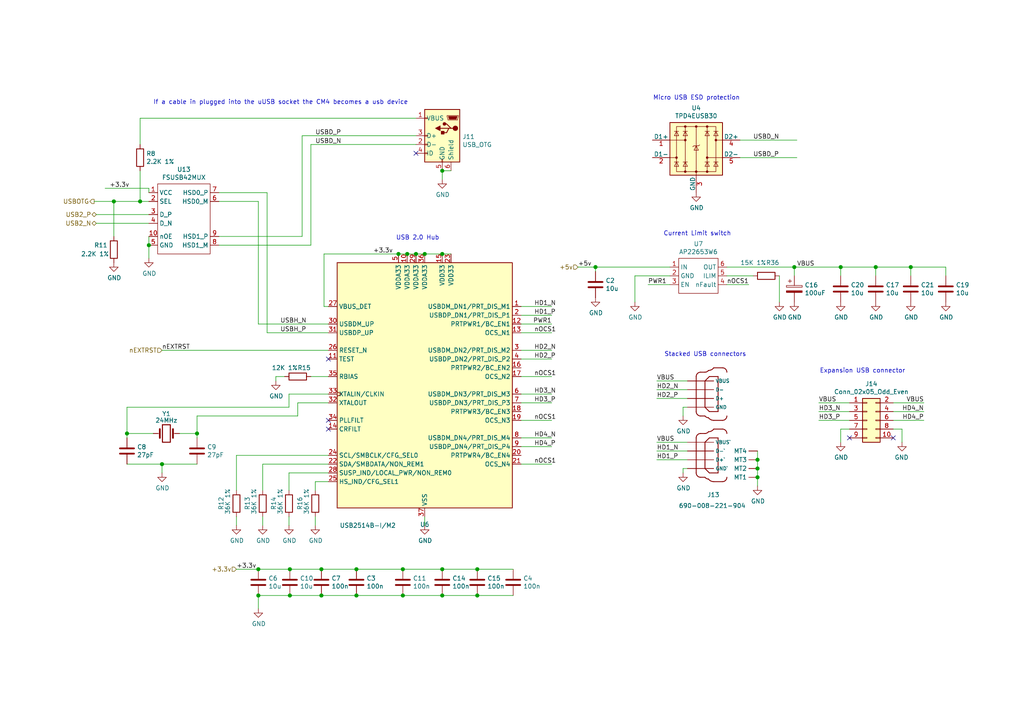
<source format=kicad_sch>
(kicad_sch (version 20211123) (generator eeschema)

  (uuid 40976bf0-19de-460f-ad64-224d4f51e16b)

  (paper "A4")

  (title_block
    (title "Compute Module 4 IO Board - USB")
    (rev "1")
    (company "© 2020-2022 Raspberry Pi Ltd (formerly Raspberry Pi (Trading) Ltd.)")
    (comment 1 "www.raspberrypi.com")
  )

  (lib_symbols
    (symbol "CM4IO:AP2553W6" (in_bom yes) (on_board yes)
      (property "Reference" "U" (id 0) (at 3.81 -6.35 0)
        (effects (font (size 1.27 1.27)))
      )
      (property "Value" "AP2553W6" (id 1) (at -3.81 -6.35 0)
        (effects (font (size 1.27 1.27)))
      )
      (property "Footprint" "Package_TO_SOT_SMD:SOT-23-6" (id 2) (at 3.81 -6.35 0)
        (effects (font (size 1.27 1.27)) hide)
      )
      (property "Datasheet" "https://www.diodes.com/assets/Datasheets/AP255x.pdf" (id 3) (at 3.81 -6.35 0)
        (effects (font (size 1.27 1.27)) hide)
      )
      (property "Field4" "Digikey" (id 4) (at 0 0 0)
        (effects (font (size 1.27 1.27)) hide)
      )
      (property "Field5" "AP2553W6-7DICT-ND" (id 5) (at 0 0 0)
        (effects (font (size 1.27 1.27)) hide)
      )
      (symbol "AP2553W6_0_0"
        (pin power_in line (at -8.89 2.54 0) (length 2.54)
          (name "IN" (effects (font (size 1.27 1.27))))
          (number "1" (effects (font (size 1.27 1.27))))
        )
        (pin power_out line (at -8.89 0 0) (length 2.54)
          (name "GND" (effects (font (size 1.27 1.27))))
          (number "2" (effects (font (size 1.27 1.27))))
        )
        (pin input line (at -8.89 -2.54 0) (length 2.54)
          (name "EN" (effects (font (size 1.27 1.27))))
          (number "3" (effects (font (size 1.27 1.27))))
        )
        (pin open_collector line (at 7.62 -2.54 180) (length 2.54)
          (name "nFault" (effects (font (size 1.27 1.27))))
          (number "4" (effects (font (size 1.27 1.27))))
        )
        (pin passive line (at 7.62 0 180) (length 2.54)
          (name "ILIM" (effects (font (size 1.27 1.27))))
          (number "5" (effects (font (size 1.27 1.27))))
        )
        (pin power_out line (at 7.62 2.54 180) (length 2.54)
          (name "OUT" (effects (font (size 1.27 1.27))))
          (number "6" (effects (font (size 1.27 1.27))))
        )
      )
      (symbol "AP2553W6_0_1"
        (rectangle (start -6.35 5.08) (end 5.08 -5.08)
          (stroke (width 0) (type default) (color 0 0 0 0))
          (fill (type none))
        )
      )
    )
    (symbol "CM4IO:FSUSB42MX" (in_bom yes) (on_board yes)
      (property "Reference" "U" (id 0) (at -7.62 20.32 0)
        (effects (font (size 1.27 1.27)))
      )
      (property "Value" "FSUSB42MX" (id 1) (at -2.54 -2.54 0)
        (effects (font (size 1.27 1.27)))
      )
      (property "Footprint" "" (id 2) (at 0 0 0)
        (effects (font (size 1.27 1.27)) hide)
      )
      (property "Datasheet" "" (id 3) (at 0 0 0)
        (effects (font (size 1.27 1.27)) hide)
      )
      (symbol "FSUSB42MX_0_0"
        (pin power_in line (at 8.89 16.51 180) (length 2.54)
          (name "VCC" (effects (font (size 1.27 1.27))))
          (number "1" (effects (font (size 1.27 1.27))))
        )
        (pin input line (at 8.89 3.81 180) (length 2.54)
          (name "nOE" (effects (font (size 1.27 1.27))))
          (number "10" (effects (font (size 1.27 1.27))))
        )
        (pin input line (at 8.89 13.97 180) (length 2.54)
          (name "SEL" (effects (font (size 1.27 1.27))))
          (number "2" (effects (font (size 1.27 1.27))))
        )
        (pin bidirectional line (at 8.89 10.16 180) (length 2.54)
          (name "D_P" (effects (font (size 1.27 1.27))))
          (number "3" (effects (font (size 1.27 1.27))))
        )
        (pin bidirectional line (at 8.89 7.62 180) (length 2.54)
          (name "D_N" (effects (font (size 1.27 1.27))))
          (number "4" (effects (font (size 1.27 1.27))))
        )
        (pin power_in line (at 8.89 1.27 180) (length 2.54)
          (name "GND" (effects (font (size 1.27 1.27))))
          (number "5" (effects (font (size 1.27 1.27))))
        )
        (pin bidirectional line (at -11.43 13.97 0) (length 2.54)
          (name "HSD0_M" (effects (font (size 1.27 1.27))))
          (number "6" (effects (font (size 1.27 1.27))))
        )
        (pin bidirectional line (at -11.43 16.51 0) (length 2.54)
          (name "HSD0_P" (effects (font (size 1.27 1.27))))
          (number "7" (effects (font (size 1.27 1.27))))
        )
        (pin bidirectional line (at -11.43 1.27 0) (length 2.54)
          (name "HSD1_M" (effects (font (size 1.27 1.27))))
          (number "8" (effects (font (size 1.27 1.27))))
        )
        (pin bidirectional line (at -11.43 3.81 0) (length 2.54)
          (name "HSD1_P" (effects (font (size 1.27 1.27))))
          (number "9" (effects (font (size 1.27 1.27))))
        )
      )
      (symbol "FSUSB42MX_0_1"
        (rectangle (start -8.89 19.05) (end 6.35 -1.27)
          (stroke (width 0) (type default) (color 0 0 0 0))
          (fill (type none))
        )
      )
    )
    (symbol "CM4IO:TPD4EUSB30" (pin_names (offset 0)) (in_bom yes) (on_board yes)
      (property "Reference" "U" (id 0) (at -0.635 8.89 0)
        (effects (font (size 1.27 1.27)))
      )
      (property "Value" "TPD4EUSB30" (id 1) (at 8.89 -10.16 0)
        (effects (font (size 1.27 1.27)))
      )
      (property "Footprint" "Package_SON:USON-10_2.5x1.0mm_P0.5mm" (id 2) (at -24.13 -10.16 0)
        (effects (font (size 1.27 1.27)) hide)
      )
      (property "Datasheet" "http://www.ti.com/lit/ds/symlink/tpd2eusb30a.pdf" (id 3) (at 0 0 0)
        (effects (font (size 1.27 1.27)) hide)
      )
      (property "ki_keywords" "ESD protection USB 3.0" (id 4) (at 0 0 0)
        (effects (font (size 1.27 1.27)) hide)
      )
      (property "ki_description" "4-Channel ESD Protection for Super-Speed USB 3.0 Interface, USON-10" (id 5) (at 0 0 0)
        (effects (font (size 1.27 1.27)) hide)
      )
      (property "ki_fp_filters" "USON*2.5x1.0mm*P0.5mm*" (id 6) (at 0 0 0)
        (effects (font (size 1.27 1.27)) hide)
      )
      (symbol "TPD4EUSB30_0_0"
        (rectangle (start -5.715 6.477) (end 5.715 -6.604)
          (stroke (width 0) (type default) (color 0 0 0 0))
          (fill (type none))
        )
        (polyline
          (pts
            (xy -3.175 -6.604)
            (xy -3.175 6.477)
          )
          (stroke (width 0) (type default) (color 0 0 0 0))
          (fill (type none))
        )
        (polyline
          (pts
            (xy 0 6.477)
            (xy 0 -6.604)
          )
          (stroke (width 0) (type default) (color 0 0 0 0))
          (fill (type none))
        )
        (polyline
          (pts
            (xy 3.175 6.477)
            (xy 3.175 -6.604)
          )
          (stroke (width 0) (type default) (color 0 0 0 0))
          (fill (type none))
        )
      )
      (symbol "TPD4EUSB30_0_1"
        (rectangle (start -7.62 7.62) (end 7.62 -7.62)
          (stroke (width 0.254) (type default) (color 0 0 0 0))
          (fill (type background))
        )
        (circle (center -5.715 -2.54) (radius 0.2794)
          (stroke (width 0) (type default) (color 0 0 0 0))
          (fill (type outline))
        )
        (circle (center -3.175 -6.604) (radius 0.2794)
          (stroke (width 0) (type default) (color 0 0 0 0))
          (fill (type outline))
        )
        (circle (center -3.175 2.54) (radius 0.2794)
          (stroke (width 0) (type default) (color 0 0 0 0))
          (fill (type outline))
        )
        (circle (center -3.175 6.477) (radius 0.2794)
          (stroke (width 0) (type default) (color 0 0 0 0))
          (fill (type outline))
        )
        (circle (center 0 -6.604) (radius 0.2794)
          (stroke (width 0) (type default) (color 0 0 0 0))
          (fill (type outline))
        )
        (polyline
          (pts
            (xy -7.747 2.54)
            (xy -3.175 2.54)
          )
          (stroke (width 0) (type default) (color 0 0 0 0))
          (fill (type none))
        )
        (polyline
          (pts
            (xy -7.62 -2.54)
            (xy -5.715 -2.54)
          )
          (stroke (width 0) (type default) (color 0 0 0 0))
          (fill (type none))
        )
        (polyline
          (pts
            (xy -5.08 -3.81)
            (xy -6.35 -3.81)
          )
          (stroke (width 0) (type default) (color 0 0 0 0))
          (fill (type none))
        )
        (polyline
          (pts
            (xy -5.08 5.08)
            (xy -6.35 5.08)
          )
          (stroke (width 0) (type default) (color 0 0 0 0))
          (fill (type none))
        )
        (polyline
          (pts
            (xy -2.54 -3.81)
            (xy -3.81 -3.81)
          )
          (stroke (width 0) (type default) (color 0 0 0 0))
          (fill (type none))
        )
        (polyline
          (pts
            (xy -2.54 5.08)
            (xy -3.81 5.08)
          )
          (stroke (width 0) (type default) (color 0 0 0 0))
          (fill (type none))
        )
        (polyline
          (pts
            (xy -0.635 0.889)
            (xy -1.016 0.635)
          )
          (stroke (width 0) (type default) (color 0 0 0 0))
          (fill (type none))
        )
        (polyline
          (pts
            (xy 0 -6.604)
            (xy 0 -7.62)
          )
          (stroke (width 0) (type default) (color 0 0 0 0))
          (fill (type none))
        )
        (polyline
          (pts
            (xy 0.635 0.889)
            (xy -0.635 0.889)
          )
          (stroke (width 0) (type default) (color 0 0 0 0))
          (fill (type none))
        )
        (polyline
          (pts
            (xy 0.635 0.889)
            (xy 1.016 1.143)
          )
          (stroke (width 0) (type default) (color 0 0 0 0))
          (fill (type none))
        )
        (polyline
          (pts
            (xy 3.81 -3.81)
            (xy 2.54 -3.81)
          )
          (stroke (width 0) (type default) (color 0 0 0 0))
          (fill (type none))
        )
        (polyline
          (pts
            (xy 3.81 5.08)
            (xy 2.54 5.08)
          )
          (stroke (width 0) (type default) (color 0 0 0 0))
          (fill (type none))
        )
        (polyline
          (pts
            (xy 6.35 -3.81)
            (xy 5.08 -3.81)
          )
          (stroke (width 0) (type default) (color 0 0 0 0))
          (fill (type none))
        )
        (polyline
          (pts
            (xy 6.35 5.08)
            (xy 5.08 5.08)
          )
          (stroke (width 0) (type default) (color 0 0 0 0))
          (fill (type none))
        )
        (polyline
          (pts
            (xy 7.62 -2.54)
            (xy 3.175 -2.54)
          )
          (stroke (width 0) (type default) (color 0 0 0 0))
          (fill (type none))
        )
        (polyline
          (pts
            (xy 7.62 2.54)
            (xy 5.715 2.54)
          )
          (stroke (width 0) (type default) (color 0 0 0 0))
          (fill (type none))
        )
        (polyline
          (pts
            (xy -5.08 -5.08)
            (xy -6.35 -5.08)
            (xy -5.715 -3.81)
            (xy -5.08 -5.08)
          )
          (stroke (width 0) (type default) (color 0 0 0 0))
          (fill (type none))
        )
        (polyline
          (pts
            (xy -5.08 3.81)
            (xy -6.35 3.81)
            (xy -5.715 5.08)
            (xy -5.08 3.81)
          )
          (stroke (width 0) (type default) (color 0 0 0 0))
          (fill (type none))
        )
        (polyline
          (pts
            (xy -2.54 -5.08)
            (xy -3.81 -5.08)
            (xy -3.175 -3.81)
            (xy -2.54 -5.08)
          )
          (stroke (width 0) (type default) (color 0 0 0 0))
          (fill (type none))
        )
        (polyline
          (pts
            (xy -2.54 3.81)
            (xy -3.81 3.81)
            (xy -3.175 5.08)
            (xy -2.54 3.81)
          )
          (stroke (width 0) (type default) (color 0 0 0 0))
          (fill (type none))
        )
        (polyline
          (pts
            (xy 0.635 -0.381)
            (xy -0.635 -0.381)
            (xy 0 0.889)
            (xy 0.635 -0.381)
          )
          (stroke (width 0) (type default) (color 0 0 0 0))
          (fill (type none))
        )
        (polyline
          (pts
            (xy 3.81 -5.08)
            (xy 2.54 -5.08)
            (xy 3.175 -3.81)
            (xy 3.81 -5.08)
          )
          (stroke (width 0) (type default) (color 0 0 0 0))
          (fill (type none))
        )
        (polyline
          (pts
            (xy 3.81 3.81)
            (xy 2.54 3.81)
            (xy 3.175 5.08)
            (xy 3.81 3.81)
          )
          (stroke (width 0) (type default) (color 0 0 0 0))
          (fill (type none))
        )
        (polyline
          (pts
            (xy 6.35 -5.08)
            (xy 5.08 -5.08)
            (xy 5.715 -3.81)
            (xy 6.35 -5.08)
          )
          (stroke (width 0) (type default) (color 0 0 0 0))
          (fill (type none))
        )
        (polyline
          (pts
            (xy 6.35 3.81)
            (xy 5.08 3.81)
            (xy 5.715 5.08)
            (xy 6.35 3.81)
          )
          (stroke (width 0) (type default) (color 0 0 0 0))
          (fill (type none))
        )
        (circle (center 0 6.477) (radius 0.2794)
          (stroke (width 0) (type default) (color 0 0 0 0))
          (fill (type outline))
        )
        (circle (center 3.175 -6.604) (radius 0.2794)
          (stroke (width 0) (type default) (color 0 0 0 0))
          (fill (type outline))
        )
        (circle (center 3.175 -2.54) (radius 0.2794)
          (stroke (width 0) (type default) (color 0 0 0 0))
          (fill (type outline))
        )
        (circle (center 3.175 6.477) (radius 0.2794)
          (stroke (width 0) (type default) (color 0 0 0 0))
          (fill (type outline))
        )
        (circle (center 5.715 2.54) (radius 0.2794)
          (stroke (width 0) (type default) (color 0 0 0 0))
          (fill (type outline))
        )
      )
      (symbol "TPD4EUSB30_1_1"
        (pin passive line (at -12.7 2.54 0) (length 5.08)
          (name "D1+" (effects (font (size 1.27 1.27))))
          (number "1" (effects (font (size 1.27 1.27))))
        )
        (pin passive line (at -12.7 2.54 0) (length 5.08) hide
          (name "~" (effects (font (size 1.27 1.27))))
          (number "10" (effects (font (size 1.27 1.27))))
        )
        (pin passive line (at -12.7 -2.54 0) (length 5.08)
          (name "D1-" (effects (font (size 1.27 1.27))))
          (number "2" (effects (font (size 1.27 1.27))))
        )
        (pin power_in line (at 0 -12.7 90) (length 5.08)
          (name "GND" (effects (font (size 1.27 1.27))))
          (number "3" (effects (font (size 1.27 1.27))))
        )
        (pin passive line (at 12.7 2.54 180) (length 5.08)
          (name "D2+" (effects (font (size 1.27 1.27))))
          (number "4" (effects (font (size 1.27 1.27))))
        )
        (pin passive line (at 12.7 -2.54 180) (length 5.08)
          (name "D2-" (effects (font (size 1.27 1.27))))
          (number "5" (effects (font (size 1.27 1.27))))
        )
        (pin passive line (at 12.7 -2.54 180) (length 5.08) hide
          (name "~" (effects (font (size 1.27 1.27))))
          (number "6" (effects (font (size 1.27 1.27))))
        )
        (pin passive line (at 12.7 2.54 180) (length 5.08) hide
          (name "~" (effects (font (size 1.27 1.27))))
          (number "7" (effects (font (size 1.27 1.27))))
        )
        (pin passive line (at 0 -12.7 90) (length 5.08) hide
          (name "GND" (effects (font (size 1.27 1.27))))
          (number "8" (effects (font (size 1.27 1.27))))
        )
        (pin passive line (at -12.7 -2.54 0) (length 5.08) hide
          (name "~" (effects (font (size 1.27 1.27))))
          (number "9" (effects (font (size 1.27 1.27))))
        )
      )
    )
    (symbol "CM4IO:USB_67298-4090" (pin_numbers hide) (in_bom yes) (on_board yes)
      (property "Reference" "J" (id 0) (at -5.08 21.6408 0)
        (effects (font (size 1.27 1.27)) (justify left bottom))
      )
      (property "Value" "USB_67298-4090" (id 1) (at -5.08 -17.8054 0)
        (effects (font (size 1.27 1.27)) (justify left bottom))
      )
      (property "Footprint" "CM4IO:MOLEX_USB_67298-4090" (id 2) (at 0 0 0)
        (effects (font (size 1.27 1.27)) (justify left bottom) hide)
      )
      (property "Datasheet" "Conn USB Type A RCP 4/4 POS Solder RA Thru-Hole 8 Terminal 2 Port Tray" (id 3) (at 0 0 0)
        (effects (font (size 1.27 1.27)) (justify left bottom) hide)
      )
      (property "Field4" "Farnell" (id 4) (at 0 0 0)
        (effects (font (size 1.27 1.27)) (justify left bottom) hide)
      )
      (property "Field5" "2751688" (id 5) (at 0 0 0)
        (effects (font (size 1.27 1.27)) (justify left bottom) hide)
      )
      (property "Field6" "None" (id 6) (at 0 0 0)
        (effects (font (size 1.27 1.27)) (justify left bottom) hide)
      )
      (property "Field7" "Molex" (id 7) (at 0 0 0)
        (effects (font (size 1.27 1.27)) (justify left bottom) hide)
      )
      (property "Field8" "None" (id 8) (at 0 0 0)
        (effects (font (size 1.27 1.27)) (justify left bottom) hide)
      )
      (symbol "USB_67298-4090_0_0"
        (arc (start -5.08 -11.43) (mid -4.708 -12.328) (end -3.81 -12.7)
          (stroke (width 0.254) (type default) (color 0 0 0 0))
          (fill (type none))
        )
        (arc (start -5.08 6.35) (mid -4.708 5.452) (end -3.81 5.08)
          (stroke (width 0.254) (type default) (color 0 0 0 0))
          (fill (type none))
        )
        (arc (start -3.81 0) (mid -4.708 -0.372) (end -5.08 -1.27)
          (stroke (width 0.254) (type default) (color 0 0 0 0))
          (fill (type none))
        )
        (arc (start -3.81 17.78) (mid -4.708 17.408) (end -5.08 16.51)
          (stroke (width 0.254) (type default) (color 0 0 0 0))
          (fill (type none))
        )
        (arc (start -2.54 -12.7) (mid -3.108 -15.1059) (end -1.524 -13.208)
          (stroke (width 0.254) (type default) (color 0 0 0 0))
          (fill (type none))
        )
        (arc (start -2.54 0) (mid -1.972 0.1341) (end -1.524 0.508)
          (stroke (width 0.254) (type default) (color 0 0 0 0))
          (fill (type none))
        )
        (arc (start -2.54 5.08) (mid -3.108 2.6741) (end -1.524 4.572)
          (stroke (width 0.254) (type default) (color 0 0 0 0))
          (fill (type none))
        )
        (arc (start -2.54 17.78) (mid -1.972 17.9141) (end -1.524 18.288)
          (stroke (width 0.254) (type default) (color 0 0 0 0))
          (fill (type none))
        )
        (arc (start -1.524 -13.208) (mid -0.8519 -13.7689) (end 0 -13.97)
          (stroke (width 0.254) (type default) (color 0 0 0 0))
          (fill (type none))
        )
        (arc (start -1.524 0.508) (mid 0.8519 -2.3389) (end 0 1.27)
          (stroke (width 0.254) (type default) (color 0 0 0 0))
          (fill (type none))
        )
        (arc (start -1.524 4.572) (mid -0.8519 4.0111) (end 0 3.81)
          (stroke (width 0.254) (type default) (color 0 0 0 0))
          (fill (type none))
        )
        (arc (start -1.524 18.288) (mid 0.8519 15.4411) (end 0 19.05)
          (stroke (width 0.254) (type default) (color 0 0 0 0))
          (fill (type none))
        )
        (polyline
          (pts
            (xy -5.08 -1.27)
            (xy -5.08 -11.43)
          )
          (stroke (width 0.254) (type default) (color 0 0 0 0))
          (fill (type none))
        )
        (polyline
          (pts
            (xy -5.08 16.51)
            (xy -5.08 6.35)
          )
          (stroke (width 0.254) (type default) (color 0 0 0 0))
          (fill (type none))
        )
        (polyline
          (pts
            (xy -3.81 -12.7)
            (xy -2.54 -12.7)
          )
          (stroke (width 0.254) (type default) (color 0 0 0 0))
          (fill (type none))
        )
        (polyline
          (pts
            (xy -3.81 0)
            (xy -2.54 0)
          )
          (stroke (width 0.254) (type default) (color 0 0 0 0))
          (fill (type none))
        )
        (polyline
          (pts
            (xy -3.81 5.08)
            (xy -2.54 5.08)
          )
          (stroke (width 0.254) (type default) (color 0 0 0 0))
          (fill (type none))
        )
        (polyline
          (pts
            (xy -3.81 17.78)
            (xy -2.54 17.78)
          )
          (stroke (width 0.254) (type default) (color 0 0 0 0))
          (fill (type none))
        )
        (polyline
          (pts
            (xy -2.54 -10.16)
            (xy -1.27 -11.43)
          )
          (stroke (width 0.254) (type default) (color 0 0 0 0))
          (fill (type none))
        )
        (polyline
          (pts
            (xy -2.54 -2.54)
            (xy -2.54 -10.16)
          )
          (stroke (width 0.254) (type default) (color 0 0 0 0))
          (fill (type none))
        )
        (polyline
          (pts
            (xy -2.54 7.62)
            (xy -1.27 6.35)
          )
          (stroke (width 0.254) (type default) (color 0 0 0 0))
          (fill (type none))
        )
        (polyline
          (pts
            (xy -2.54 15.24)
            (xy -2.54 7.62)
          )
          (stroke (width 0.254) (type default) (color 0 0 0 0))
          (fill (type none))
        )
        (polyline
          (pts
            (xy -1.27 -11.43)
            (xy 1.27 -11.43)
          )
          (stroke (width 0.254) (type default) (color 0 0 0 0))
          (fill (type none))
        )
        (polyline
          (pts
            (xy -1.27 -1.27)
            (xy -2.54 -2.54)
          )
          (stroke (width 0.254) (type default) (color 0 0 0 0))
          (fill (type none))
        )
        (polyline
          (pts
            (xy -1.27 6.35)
            (xy 1.27 6.35)
          )
          (stroke (width 0.254) (type default) (color 0 0 0 0))
          (fill (type none))
        )
        (polyline
          (pts
            (xy -1.27 16.51)
            (xy -2.54 15.24)
          )
          (stroke (width 0.254) (type default) (color 0 0 0 0))
          (fill (type none))
        )
        (polyline
          (pts
            (xy 0 -13.97)
            (xy 2.54 -13.97)
          )
          (stroke (width 0.254) (type default) (color 0 0 0 0))
          (fill (type none))
        )
        (polyline
          (pts
            (xy 0 1.27)
            (xy 2.54 1.27)
          )
          (stroke (width 0.254) (type default) (color 0 0 0 0))
          (fill (type none))
        )
        (polyline
          (pts
            (xy 0 3.81)
            (xy 2.54 3.81)
          )
          (stroke (width 0.254) (type default) (color 0 0 0 0))
          (fill (type none))
        )
        (polyline
          (pts
            (xy 0 19.05)
            (xy 2.54 19.05)
          )
          (stroke (width 0.254) (type default) (color 0 0 0 0))
          (fill (type none))
        )
        (polyline
          (pts
            (xy 1.27 -11.43)
            (xy 1.27 -1.27)
          )
          (stroke (width 0.254) (type default) (color 0 0 0 0))
          (fill (type none))
        )
        (polyline
          (pts
            (xy 1.27 -1.27)
            (xy -1.27 -1.27)
          )
          (stroke (width 0.254) (type default) (color 0 0 0 0))
          (fill (type none))
        )
        (polyline
          (pts
            (xy 1.27 6.35)
            (xy 1.27 16.51)
          )
          (stroke (width 0.254) (type default) (color 0 0 0 0))
          (fill (type none))
        )
        (polyline
          (pts
            (xy 1.27 16.51)
            (xy -1.27 16.51)
          )
          (stroke (width 0.254) (type default) (color 0 0 0 0))
          (fill (type none))
        )
        (arc (start 2.54 -13.97) (mid 3.438 -13.598) (end 3.81 -12.7)
          (stroke (width 0.254) (type default) (color 0 0 0 0))
          (fill (type none))
        )
        (arc (start 2.54 3.81) (mid 3.438 4.182) (end 3.81 5.08)
          (stroke (width 0.254) (type default) (color 0 0 0 0))
          (fill (type none))
        )
        (arc (start 3.81 0) (mid 3.438 0.898) (end 2.54 1.27)
          (stroke (width 0.254) (type default) (color 0 0 0 0))
          (fill (type none))
        )
        (arc (start 3.81 17.78) (mid 3.438 18.678) (end 2.54 19.05)
          (stroke (width 0.254) (type default) (color 0 0 0 0))
          (fill (type none))
        )
        (pin power_in line (at -7.62 -2.54 0) (length 7.62)
          (name "VBUS`" (effects (font (size 1.016 1.016))))
          (number "1" (effects (font (size 1.016 1.016))))
        )
        (pin passive line (at -7.62 -5.08 0) (length 7.62)
          (name "D-`" (effects (font (size 1.016 1.016))))
          (number "2" (effects (font (size 1.016 1.016))))
        )
        (pin passive line (at -7.62 -7.62 0) (length 7.62)
          (name "D+`" (effects (font (size 1.016 1.016))))
          (number "3" (effects (font (size 1.016 1.016))))
        )
        (pin power_in line (at -7.62 -10.16 0) (length 7.62)
          (name "GND`" (effects (font (size 1.016 1.016))))
          (number "4" (effects (font (size 1.016 1.016))))
        )
        (pin power_in line (at -7.62 15.24 0) (length 7.62)
          (name "VBUS" (effects (font (size 1.016 1.016))))
          (number "5" (effects (font (size 1.016 1.016))))
        )
        (pin passive line (at -7.62 12.7 0) (length 7.62)
          (name "D-" (effects (font (size 1.016 1.016))))
          (number "6" (effects (font (size 1.016 1.016))))
        )
        (pin passive line (at -7.62 10.16 0) (length 7.62)
          (name "D+" (effects (font (size 1.016 1.016))))
          (number "7" (effects (font (size 1.016 1.016))))
        )
        (pin power_in line (at -7.62 7.62 0) (length 7.62)
          (name "GND" (effects (font (size 1.016 1.016))))
          (number "8" (effects (font (size 1.016 1.016))))
        )
        (pin passive line (at 12.7 -12.7 180) (length 2.54)
          (name "MT1" (effects (font (size 1.27 1.27))))
          (number "MT1" (effects (font (size 1.27 1.27))))
        )
        (pin passive line (at 12.7 -10.16 180) (length 2.54)
          (name "MT2" (effects (font (size 1.27 1.27))))
          (number "MT2" (effects (font (size 1.27 1.27))))
        )
        (pin passive line (at 12.7 -7.62 180) (length 2.54)
          (name "MT3" (effects (font (size 1.27 1.27))))
          (number "MT3" (effects (font (size 1.27 1.27))))
        )
        (pin passive line (at 12.7 -5.08 180) (length 2.54)
          (name "MT4" (effects (font (size 1.27 1.27))))
          (number "MT4" (effects (font (size 1.27 1.27))))
        )
      )
    )
    (symbol "Connector:USB_OTG" (in_bom yes) (on_board yes)
      (property "Reference" "J" (id 0) (at -5.08 11.43 0)
        (effects (font (size 1.27 1.27)) (justify left))
      )
      (property "Value" "USB_OTG" (id 1) (at -5.08 8.89 0)
        (effects (font (size 1.27 1.27)) (justify left))
      )
      (property "Footprint" "" (id 2) (at 3.81 -1.27 0)
        (effects (font (size 1.27 1.27)) hide)
      )
      (property "Datasheet" " ~" (id 3) (at 3.81 -1.27 0)
        (effects (font (size 1.27 1.27)) hide)
      )
      (property "ki_keywords" "connector USB" (id 4) (at 0 0 0)
        (effects (font (size 1.27 1.27)) hide)
      )
      (property "ki_description" "USB mini/micro connector" (id 5) (at 0 0 0)
        (effects (font (size 1.27 1.27)) hide)
      )
      (property "ki_fp_filters" "USB*" (id 6) (at 0 0 0)
        (effects (font (size 1.27 1.27)) hide)
      )
      (symbol "USB_OTG_0_1"
        (rectangle (start -5.08 -7.62) (end 5.08 7.62)
          (stroke (width 0.254) (type default) (color 0 0 0 0))
          (fill (type background))
        )
        (circle (center -3.81 2.159) (radius 0.635)
          (stroke (width 0.254) (type default) (color 0 0 0 0))
          (fill (type outline))
        )
        (circle (center -0.635 3.429) (radius 0.381)
          (stroke (width 0.254) (type default) (color 0 0 0 0))
          (fill (type outline))
        )
        (rectangle (start -0.127 -7.62) (end 0.127 -6.858)
          (stroke (width 0) (type default) (color 0 0 0 0))
          (fill (type none))
        )
        (polyline
          (pts
            (xy -1.905 2.159)
            (xy 0.635 2.159)
          )
          (stroke (width 0.254) (type default) (color 0 0 0 0))
          (fill (type none))
        )
        (polyline
          (pts
            (xy -3.175 2.159)
            (xy -2.54 2.159)
            (xy -1.27 3.429)
            (xy -0.635 3.429)
          )
          (stroke (width 0.254) (type default) (color 0 0 0 0))
          (fill (type none))
        )
        (polyline
          (pts
            (xy -2.54 2.159)
            (xy -1.905 2.159)
            (xy -1.27 0.889)
            (xy 0 0.889)
          )
          (stroke (width 0.254) (type default) (color 0 0 0 0))
          (fill (type none))
        )
        (polyline
          (pts
            (xy 0.635 2.794)
            (xy 0.635 1.524)
            (xy 1.905 2.159)
            (xy 0.635 2.794)
          )
          (stroke (width 0.254) (type default) (color 0 0 0 0))
          (fill (type outline))
        )
        (polyline
          (pts
            (xy -4.318 5.588)
            (xy -1.778 5.588)
            (xy -2.032 4.826)
            (xy -4.064 4.826)
            (xy -4.318 5.588)
          )
          (stroke (width 0) (type default) (color 0 0 0 0))
          (fill (type outline))
        )
        (polyline
          (pts
            (xy -4.699 5.842)
            (xy -4.699 5.588)
            (xy -4.445 4.826)
            (xy -4.445 4.572)
            (xy -1.651 4.572)
            (xy -1.651 4.826)
            (xy -1.397 5.588)
            (xy -1.397 5.842)
            (xy -4.699 5.842)
          )
          (stroke (width 0) (type default) (color 0 0 0 0))
          (fill (type none))
        )
        (rectangle (start 0.254 1.27) (end -0.508 0.508)
          (stroke (width 0.254) (type default) (color 0 0 0 0))
          (fill (type outline))
        )
        (rectangle (start 5.08 -5.207) (end 4.318 -4.953)
          (stroke (width 0) (type default) (color 0 0 0 0))
          (fill (type none))
        )
        (rectangle (start 5.08 -2.667) (end 4.318 -2.413)
          (stroke (width 0) (type default) (color 0 0 0 0))
          (fill (type none))
        )
        (rectangle (start 5.08 -0.127) (end 4.318 0.127)
          (stroke (width 0) (type default) (color 0 0 0 0))
          (fill (type none))
        )
        (rectangle (start 5.08 4.953) (end 4.318 5.207)
          (stroke (width 0) (type default) (color 0 0 0 0))
          (fill (type none))
        )
      )
      (symbol "USB_OTG_1_1"
        (pin power_in line (at 7.62 5.08 180) (length 2.54)
          (name "VBUS" (effects (font (size 1.27 1.27))))
          (number "1" (effects (font (size 1.27 1.27))))
        )
        (pin passive line (at 7.62 -2.54 180) (length 2.54)
          (name "D-" (effects (font (size 1.27 1.27))))
          (number "2" (effects (font (size 1.27 1.27))))
        )
        (pin passive line (at 7.62 0 180) (length 2.54)
          (name "D+" (effects (font (size 1.27 1.27))))
          (number "3" (effects (font (size 1.27 1.27))))
        )
        (pin passive line (at 7.62 -5.08 180) (length 2.54)
          (name "ID" (effects (font (size 1.27 1.27))))
          (number "4" (effects (font (size 1.27 1.27))))
        )
        (pin power_in line (at 0 -10.16 90) (length 2.54)
          (name "GND" (effects (font (size 1.27 1.27))))
          (number "5" (effects (font (size 1.27 1.27))))
        )
        (pin passive line (at -2.54 -10.16 90) (length 2.54)
          (name "Shield" (effects (font (size 1.27 1.27))))
          (number "6" (effects (font (size 1.27 1.27))))
        )
      )
    )
    (symbol "Connector_Generic:Conn_02x05_Odd_Even" (pin_names hide) (in_bom yes) (on_board yes)
      (property "Reference" "J" (id 0) (at 1.27 7.62 0)
        (effects (font (size 1.27 1.27)))
      )
      (property "Value" "Conn_02x05_Odd_Even" (id 1) (at 1.27 -7.62 0)
        (effects (font (size 1.27 1.27)))
      )
      (property "Footprint" "" (id 2) (at 0 0 0)
        (effects (font (size 1.27 1.27)) hide)
      )
      (property "Datasheet" "~" (id 3) (at 0 0 0)
        (effects (font (size 1.27 1.27)) hide)
      )
      (property "ki_keywords" "connector" (id 4) (at 0 0 0)
        (effects (font (size 1.27 1.27)) hide)
      )
      (property "ki_description" "Generic connector, double row, 02x05, odd/even pin numbering scheme (row 1 odd numbers, row 2 even numbers), script generated (kicad-library-utils/schlib/autogen/connector/)" (id 5) (at 0 0 0)
        (effects (font (size 1.27 1.27)) hide)
      )
      (property "ki_fp_filters" "Connector*:*_2x??_*" (id 6) (at 0 0 0)
        (effects (font (size 1.27 1.27)) hide)
      )
      (symbol "Conn_02x05_Odd_Even_1_1"
        (rectangle (start -1.27 -4.953) (end 0 -5.207)
          (stroke (width 0) (type default) (color 0 0 0 0))
          (fill (type none))
        )
        (rectangle (start -1.27 -2.413) (end 0 -2.667)
          (stroke (width 0) (type default) (color 0 0 0 0))
          (fill (type none))
        )
        (rectangle (start -1.27 0.127) (end 0 -0.127)
          (stroke (width 0) (type default) (color 0 0 0 0))
          (fill (type none))
        )
        (rectangle (start -1.27 2.667) (end 0 2.413)
          (stroke (width 0) (type default) (color 0 0 0 0))
          (fill (type none))
        )
        (rectangle (start -1.27 5.207) (end 0 4.953)
          (stroke (width 0) (type default) (color 0 0 0 0))
          (fill (type none))
        )
        (rectangle (start -1.27 6.35) (end 3.81 -6.35)
          (stroke (width 0.254) (type default) (color 0 0 0 0))
          (fill (type background))
        )
        (rectangle (start 3.81 -4.953) (end 2.54 -5.207)
          (stroke (width 0) (type default) (color 0 0 0 0))
          (fill (type none))
        )
        (rectangle (start 3.81 -2.413) (end 2.54 -2.667)
          (stroke (width 0) (type default) (color 0 0 0 0))
          (fill (type none))
        )
        (rectangle (start 3.81 0.127) (end 2.54 -0.127)
          (stroke (width 0) (type default) (color 0 0 0 0))
          (fill (type none))
        )
        (rectangle (start 3.81 2.667) (end 2.54 2.413)
          (stroke (width 0) (type default) (color 0 0 0 0))
          (fill (type none))
        )
        (rectangle (start 3.81 5.207) (end 2.54 4.953)
          (stroke (width 0) (type default) (color 0 0 0 0))
          (fill (type none))
        )
        (pin passive line (at -5.08 5.08 0) (length 3.81)
          (name "Pin_1" (effects (font (size 1.27 1.27))))
          (number "1" (effects (font (size 1.27 1.27))))
        )
        (pin passive line (at 7.62 -5.08 180) (length 3.81)
          (name "Pin_10" (effects (font (size 1.27 1.27))))
          (number "10" (effects (font (size 1.27 1.27))))
        )
        (pin passive line (at 7.62 5.08 180) (length 3.81)
          (name "Pin_2" (effects (font (size 1.27 1.27))))
          (number "2" (effects (font (size 1.27 1.27))))
        )
        (pin passive line (at -5.08 2.54 0) (length 3.81)
          (name "Pin_3" (effects (font (size 1.27 1.27))))
          (number "3" (effects (font (size 1.27 1.27))))
        )
        (pin passive line (at 7.62 2.54 180) (length 3.81)
          (name "Pin_4" (effects (font (size 1.27 1.27))))
          (number "4" (effects (font (size 1.27 1.27))))
        )
        (pin passive line (at -5.08 0 0) (length 3.81)
          (name "Pin_5" (effects (font (size 1.27 1.27))))
          (number "5" (effects (font (size 1.27 1.27))))
        )
        (pin passive line (at 7.62 0 180) (length 3.81)
          (name "Pin_6" (effects (font (size 1.27 1.27))))
          (number "6" (effects (font (size 1.27 1.27))))
        )
        (pin passive line (at -5.08 -2.54 0) (length 3.81)
          (name "Pin_7" (effects (font (size 1.27 1.27))))
          (number "7" (effects (font (size 1.27 1.27))))
        )
        (pin passive line (at 7.62 -2.54 180) (length 3.81)
          (name "Pin_8" (effects (font (size 1.27 1.27))))
          (number "8" (effects (font (size 1.27 1.27))))
        )
        (pin passive line (at -5.08 -5.08 0) (length 3.81)
          (name "Pin_9" (effects (font (size 1.27 1.27))))
          (number "9" (effects (font (size 1.27 1.27))))
        )
      )
    )
    (symbol "Device:C" (pin_numbers hide) (pin_names (offset 0.254)) (in_bom yes) (on_board yes)
      (property "Reference" "C" (id 0) (at 0.635 2.54 0)
        (effects (font (size 1.27 1.27)) (justify left))
      )
      (property "Value" "C" (id 1) (at 0.635 -2.54 0)
        (effects (font (size 1.27 1.27)) (justify left))
      )
      (property "Footprint" "" (id 2) (at 0.9652 -3.81 0)
        (effects (font (size 1.27 1.27)) hide)
      )
      (property "Datasheet" "~" (id 3) (at 0 0 0)
        (effects (font (size 1.27 1.27)) hide)
      )
      (property "ki_keywords" "cap capacitor" (id 4) (at 0 0 0)
        (effects (font (size 1.27 1.27)) hide)
      )
      (property "ki_description" "Unpolarized capacitor" (id 5) (at 0 0 0)
        (effects (font (size 1.27 1.27)) hide)
      )
      (property "ki_fp_filters" "C_*" (id 6) (at 0 0 0)
        (effects (font (size 1.27 1.27)) hide)
      )
      (symbol "C_0_1"
        (polyline
          (pts
            (xy -2.032 -0.762)
            (xy 2.032 -0.762)
          )
          (stroke (width 0.508) (type default) (color 0 0 0 0))
          (fill (type none))
        )
        (polyline
          (pts
            (xy -2.032 0.762)
            (xy 2.032 0.762)
          )
          (stroke (width 0.508) (type default) (color 0 0 0 0))
          (fill (type none))
        )
      )
      (symbol "C_1_1"
        (pin passive line (at 0 3.81 270) (length 2.794)
          (name "~" (effects (font (size 1.27 1.27))))
          (number "1" (effects (font (size 1.27 1.27))))
        )
        (pin passive line (at 0 -3.81 90) (length 2.794)
          (name "~" (effects (font (size 1.27 1.27))))
          (number "2" (effects (font (size 1.27 1.27))))
        )
      )
    )
    (symbol "Device:CP" (pin_numbers hide) (pin_names (offset 0.254)) (in_bom yes) (on_board yes)
      (property "Reference" "C" (id 0) (at 0.635 2.54 0)
        (effects (font (size 1.27 1.27)) (justify left))
      )
      (property "Value" "CP" (id 1) (at 0.635 -2.54 0)
        (effects (font (size 1.27 1.27)) (justify left))
      )
      (property "Footprint" "" (id 2) (at 0.9652 -3.81 0)
        (effects (font (size 1.27 1.27)) hide)
      )
      (property "Datasheet" "~" (id 3) (at 0 0 0)
        (effects (font (size 1.27 1.27)) hide)
      )
      (property "ki_keywords" "cap capacitor" (id 4) (at 0 0 0)
        (effects (font (size 1.27 1.27)) hide)
      )
      (property "ki_description" "Polarized capacitor" (id 5) (at 0 0 0)
        (effects (font (size 1.27 1.27)) hide)
      )
      (property "ki_fp_filters" "CP_*" (id 6) (at 0 0 0)
        (effects (font (size 1.27 1.27)) hide)
      )
      (symbol "CP_0_1"
        (rectangle (start -2.286 0.508) (end 2.286 1.016)
          (stroke (width 0) (type default) (color 0 0 0 0))
          (fill (type none))
        )
        (polyline
          (pts
            (xy -1.778 2.286)
            (xy -0.762 2.286)
          )
          (stroke (width 0) (type default) (color 0 0 0 0))
          (fill (type none))
        )
        (polyline
          (pts
            (xy -1.27 2.794)
            (xy -1.27 1.778)
          )
          (stroke (width 0) (type default) (color 0 0 0 0))
          (fill (type none))
        )
        (rectangle (start 2.286 -0.508) (end -2.286 -1.016)
          (stroke (width 0) (type default) (color 0 0 0 0))
          (fill (type outline))
        )
      )
      (symbol "CP_1_1"
        (pin passive line (at 0 3.81 270) (length 2.794)
          (name "~" (effects (font (size 1.27 1.27))))
          (number "1" (effects (font (size 1.27 1.27))))
        )
        (pin passive line (at 0 -3.81 90) (length 2.794)
          (name "~" (effects (font (size 1.27 1.27))))
          (number "2" (effects (font (size 1.27 1.27))))
        )
      )
    )
    (symbol "Device:Crystal" (pin_numbers hide) (pin_names hide) (in_bom yes) (on_board yes)
      (property "Reference" "Y" (id 0) (at 0 3.81 0)
        (effects (font (size 1.27 1.27)))
      )
      (property "Value" "Crystal" (id 1) (at 0 -3.81 0)
        (effects (font (size 1.27 1.27)))
      )
      (property "Footprint" "" (id 2) (at 0 0 0)
        (effects (font (size 1.27 1.27)) hide)
      )
      (property "Datasheet" "~" (id 3) (at 0 0 0)
        (effects (font (size 1.27 1.27)) hide)
      )
      (property "ki_keywords" "quartz ceramic resonator oscillator" (id 4) (at 0 0 0)
        (effects (font (size 1.27 1.27)) hide)
      )
      (property "ki_description" "Two pin crystal" (id 5) (at 0 0 0)
        (effects (font (size 1.27 1.27)) hide)
      )
      (property "ki_fp_filters" "Crystal*" (id 6) (at 0 0 0)
        (effects (font (size 1.27 1.27)) hide)
      )
      (symbol "Crystal_0_1"
        (rectangle (start -1.143 2.54) (end 1.143 -2.54)
          (stroke (width 0.3048) (type default) (color 0 0 0 0))
          (fill (type none))
        )
        (polyline
          (pts
            (xy -2.54 0)
            (xy -1.905 0)
          )
          (stroke (width 0) (type default) (color 0 0 0 0))
          (fill (type none))
        )
        (polyline
          (pts
            (xy -1.905 -1.27)
            (xy -1.905 1.27)
          )
          (stroke (width 0.508) (type default) (color 0 0 0 0))
          (fill (type none))
        )
        (polyline
          (pts
            (xy 1.905 -1.27)
            (xy 1.905 1.27)
          )
          (stroke (width 0.508) (type default) (color 0 0 0 0))
          (fill (type none))
        )
        (polyline
          (pts
            (xy 2.54 0)
            (xy 1.905 0)
          )
          (stroke (width 0) (type default) (color 0 0 0 0))
          (fill (type none))
        )
      )
      (symbol "Crystal_1_1"
        (pin passive line (at -3.81 0 0) (length 1.27)
          (name "1" (effects (font (size 1.27 1.27))))
          (number "1" (effects (font (size 1.27 1.27))))
        )
        (pin passive line (at 3.81 0 180) (length 1.27)
          (name "2" (effects (font (size 1.27 1.27))))
          (number "2" (effects (font (size 1.27 1.27))))
        )
      )
    )
    (symbol "Device:R" (pin_numbers hide) (pin_names (offset 0)) (in_bom yes) (on_board yes)
      (property "Reference" "R" (id 0) (at 2.032 0 90)
        (effects (font (size 1.27 1.27)))
      )
      (property "Value" "R" (id 1) (at 0 0 90)
        (effects (font (size 1.27 1.27)))
      )
      (property "Footprint" "" (id 2) (at -1.778 0 90)
        (effects (font (size 1.27 1.27)) hide)
      )
      (property "Datasheet" "~" (id 3) (at 0 0 0)
        (effects (font (size 1.27 1.27)) hide)
      )
      (property "ki_keywords" "R res resistor" (id 4) (at 0 0 0)
        (effects (font (size 1.27 1.27)) hide)
      )
      (property "ki_description" "Resistor" (id 5) (at 0 0 0)
        (effects (font (size 1.27 1.27)) hide)
      )
      (property "ki_fp_filters" "R_*" (id 6) (at 0 0 0)
        (effects (font (size 1.27 1.27)) hide)
      )
      (symbol "R_0_1"
        (rectangle (start -1.016 -2.54) (end 1.016 2.54)
          (stroke (width 0.254) (type default) (color 0 0 0 0))
          (fill (type none))
        )
      )
      (symbol "R_1_1"
        (pin passive line (at 0 3.81 270) (length 1.27)
          (name "~" (effects (font (size 1.27 1.27))))
          (number "1" (effects (font (size 1.27 1.27))))
        )
        (pin passive line (at 0 -3.81 90) (length 1.27)
          (name "~" (effects (font (size 1.27 1.27))))
          (number "2" (effects (font (size 1.27 1.27))))
        )
      )
    )
    (symbol "Interface_USB:USB2514B_Bi" (in_bom yes) (on_board yes)
      (property "Reference" "U" (id 0) (at -17.78 40.64 0)
        (effects (font (size 1.27 1.27)))
      )
      (property "Value" "USB2514B_Bi" (id 1) (at -20.32 38.1 0)
        (effects (font (size 1.27 1.27)))
      )
      (property "Footprint" "Package_DFN_QFN:QFN-36-1EP_6x6mm_P0.5mm_EP3.7x3.7mm" (id 2) (at 33.02 -38.1 0)
        (effects (font (size 1.27 1.27)) hide)
      )
      (property "Datasheet" "http://ww1.microchip.com/downloads/en/DeviceDoc/00001692C.pdf" (id 3) (at 40.64 -40.64 0)
        (effects (font (size 1.27 1.27)) hide)
      )
      (property "ki_keywords" "USB2.0 Hi-Speed-USB-Hub Hub-Controller" (id 4) (at 0 0 0)
        (effects (font (size 1.27 1.27)) hide)
      )
      (property "ki_description" "USB 2.0 Hi-Speed Hub Controller" (id 5) (at 0 0 0)
        (effects (font (size 1.27 1.27)) hide)
      )
      (property "ki_fp_filters" "QFN*6x6mm*P0.5mm*" (id 6) (at 0 0 0)
        (effects (font (size 1.27 1.27)) hide)
      )
      (symbol "USB2514B_Bi_0_1"
        (rectangle (start -25.4 35.56) (end 25.4 -35.56)
          (stroke (width 0.254) (type default) (color 0 0 0 0))
          (fill (type background))
        )
      )
      (symbol "USB2514B_Bi_1_1"
        (pin bidirectional line (at 27.94 22.86 180) (length 2.54)
          (name "USBDM_DN1/PRT_DIS_M1" (effects (font (size 1.27 1.27))))
          (number "1" (effects (font (size 1.27 1.27))))
        )
        (pin power_in line (at -5.08 38.1 270) (length 2.54)
          (name "VDDA33" (effects (font (size 1.27 1.27))))
          (number "10" (effects (font (size 1.27 1.27))))
        )
        (pin input line (at -27.94 7.62 0) (length 2.54)
          (name "TEST" (effects (font (size 1.27 1.27))))
          (number "11" (effects (font (size 1.27 1.27))))
        )
        (pin bidirectional line (at 27.94 17.78 180) (length 2.54)
          (name "PRTPWR1/BC_EN1" (effects (font (size 1.27 1.27))))
          (number "12" (effects (font (size 1.27 1.27))))
        )
        (pin input line (at 27.94 15.24 180) (length 2.54)
          (name "OCS_N1" (effects (font (size 1.27 1.27))))
          (number "13" (effects (font (size 1.27 1.27))))
        )
        (pin input line (at -27.94 -12.7 0) (length 2.54)
          (name "CRFILT" (effects (font (size 1.27 1.27))))
          (number "14" (effects (font (size 1.27 1.27))))
        )
        (pin power_in line (at 5.08 38.1 270) (length 2.54)
          (name "VDD33" (effects (font (size 1.27 1.27))))
          (number "15" (effects (font (size 1.27 1.27))))
        )
        (pin bidirectional line (at 27.94 5.08 180) (length 2.54)
          (name "PRTPWR2/BC_EN2" (effects (font (size 1.27 1.27))))
          (number "16" (effects (font (size 1.27 1.27))))
        )
        (pin input line (at 27.94 2.54 180) (length 2.54)
          (name "OCS_N2" (effects (font (size 1.27 1.27))))
          (number "17" (effects (font (size 1.27 1.27))))
        )
        (pin bidirectional line (at 27.94 -7.62 180) (length 2.54)
          (name "PRTPWR3/BC_EN3" (effects (font (size 1.27 1.27))))
          (number "18" (effects (font (size 1.27 1.27))))
        )
        (pin input line (at 27.94 -10.16 180) (length 2.54)
          (name "OCS_N3" (effects (font (size 1.27 1.27))))
          (number "19" (effects (font (size 1.27 1.27))))
        )
        (pin bidirectional line (at 27.94 20.32 180) (length 2.54)
          (name "USBDP_DN1/PRT_DIS_P1" (effects (font (size 1.27 1.27))))
          (number "2" (effects (font (size 1.27 1.27))))
        )
        (pin bidirectional line (at 27.94 -20.32 180) (length 2.54)
          (name "PRTPWR4/BC_EN4" (effects (font (size 1.27 1.27))))
          (number "20" (effects (font (size 1.27 1.27))))
        )
        (pin input line (at 27.94 -22.86 180) (length 2.54)
          (name "OCS_N4" (effects (font (size 1.27 1.27))))
          (number "21" (effects (font (size 1.27 1.27))))
        )
        (pin bidirectional line (at -27.94 -22.86 0) (length 2.54)
          (name "SDA/SMBDATA/NON_REM1" (effects (font (size 1.27 1.27))))
          (number "22" (effects (font (size 1.27 1.27))))
        )
        (pin power_in line (at 7.62 38.1 270) (length 2.54)
          (name "VDD33" (effects (font (size 1.27 1.27))))
          (number "23" (effects (font (size 1.27 1.27))))
        )
        (pin bidirectional line (at -27.94 -20.32 0) (length 2.54)
          (name "SCL/SMBCLK/CFG_SEL0" (effects (font (size 1.27 1.27))))
          (number "24" (effects (font (size 1.27 1.27))))
        )
        (pin bidirectional line (at -27.94 -27.94 0) (length 2.54)
          (name "HS_IND/CFG_SEL1" (effects (font (size 1.27 1.27))))
          (number "25" (effects (font (size 1.27 1.27))))
        )
        (pin input line (at -27.94 10.16 0) (length 2.54)
          (name "RESET_N" (effects (font (size 1.27 1.27))))
          (number "26" (effects (font (size 1.27 1.27))))
        )
        (pin input line (at -27.94 22.86 0) (length 2.54)
          (name "VBUS_DET" (effects (font (size 1.27 1.27))))
          (number "27" (effects (font (size 1.27 1.27))))
        )
        (pin bidirectional line (at -27.94 -25.4 0) (length 2.54)
          (name "SUSP_IND/LOCAL_PWR/NON_REM0" (effects (font (size 1.27 1.27))))
          (number "28" (effects (font (size 1.27 1.27))))
        )
        (pin power_in line (at -2.54 38.1 270) (length 2.54)
          (name "VDDA33" (effects (font (size 1.27 1.27))))
          (number "29" (effects (font (size 1.27 1.27))))
        )
        (pin bidirectional line (at 27.94 10.16 180) (length 2.54)
          (name "USBDM_DN2/PRT_DIS_M2" (effects (font (size 1.27 1.27))))
          (number "3" (effects (font (size 1.27 1.27))))
        )
        (pin bidirectional line (at -27.94 17.78 0) (length 2.54)
          (name "USBDM_UP" (effects (font (size 1.27 1.27))))
          (number "30" (effects (font (size 1.27 1.27))))
        )
        (pin bidirectional line (at -27.94 15.24 0) (length 2.54)
          (name "USBDP_UP" (effects (font (size 1.27 1.27))))
          (number "31" (effects (font (size 1.27 1.27))))
        )
        (pin output line (at -27.94 -5.08 0) (length 2.54)
          (name "XTALOUT" (effects (font (size 1.27 1.27))))
          (number "32" (effects (font (size 1.27 1.27))))
        )
        (pin input clock (at -27.94 -2.54 0) (length 2.54)
          (name "XTALIN/CLKIN" (effects (font (size 1.27 1.27))))
          (number "33" (effects (font (size 1.27 1.27))))
        )
        (pin input line (at -27.94 -10.16 0) (length 2.54)
          (name "PLLFILT" (effects (font (size 1.27 1.27))))
          (number "34" (effects (font (size 1.27 1.27))))
        )
        (pin input line (at -27.94 2.54 0) (length 2.54)
          (name "RBIAS" (effects (font (size 1.27 1.27))))
          (number "35" (effects (font (size 1.27 1.27))))
        )
        (pin power_in line (at 0 38.1 270) (length 2.54)
          (name "VDDA33" (effects (font (size 1.27 1.27))))
          (number "36" (effects (font (size 1.27 1.27))))
        )
        (pin power_in line (at 0 -38.1 90) (length 2.54)
          (name "VSS" (effects (font (size 1.27 1.27))))
          (number "37" (effects (font (size 1.27 1.27))))
        )
        (pin bidirectional line (at 27.94 7.62 180) (length 2.54)
          (name "USBDP_DN2/PRT_DIS_P2" (effects (font (size 1.27 1.27))))
          (number "4" (effects (font (size 1.27 1.27))))
        )
        (pin power_in line (at -7.62 38.1 270) (length 2.54)
          (name "VDDA33" (effects (font (size 1.27 1.27))))
          (number "5" (effects (font (size 1.27 1.27))))
        )
        (pin bidirectional line (at 27.94 -2.54 180) (length 2.54)
          (name "USBDM_DN3/PRT_DIS_M3" (effects (font (size 1.27 1.27))))
          (number "6" (effects (font (size 1.27 1.27))))
        )
        (pin bidirectional line (at 27.94 -5.08 180) (length 2.54)
          (name "USBDP_DN3/PRT_DIS_P3" (effects (font (size 1.27 1.27))))
          (number "7" (effects (font (size 1.27 1.27))))
        )
        (pin bidirectional line (at 27.94 -15.24 180) (length 2.54)
          (name "USBDM_DN4/PRT_DIS_M4" (effects (font (size 1.27 1.27))))
          (number "8" (effects (font (size 1.27 1.27))))
        )
        (pin bidirectional line (at 27.94 -17.78 180) (length 2.54)
          (name "USBDP_DN4/PRT_DIS_P4" (effects (font (size 1.27 1.27))))
          (number "9" (effects (font (size 1.27 1.27))))
        )
      )
    )
    (symbol "power:GND" (power) (pin_names (offset 0)) (in_bom yes) (on_board yes)
      (property "Reference" "#PWR" (id 0) (at 0 -6.35 0)
        (effects (font (size 1.27 1.27)) hide)
      )
      (property "Value" "GND" (id 1) (at 0 -3.81 0)
        (effects (font (size 1.27 1.27)))
      )
      (property "Footprint" "" (id 2) (at 0 0 0)
        (effects (font (size 1.27 1.27)) hide)
      )
      (property "Datasheet" "" (id 3) (at 0 0 0)
        (effects (font (size 1.27 1.27)) hide)
      )
      (property "ki_keywords" "power-flag" (id 4) (at 0 0 0)
        (effects (font (size 1.27 1.27)) hide)
      )
      (property "ki_description" "Power symbol creates a global label with name \"GND\" , ground" (id 5) (at 0 0 0)
        (effects (font (size 1.27 1.27)) hide)
      )
      (symbol "GND_0_1"
        (polyline
          (pts
            (xy 0 0)
            (xy 0 -1.27)
            (xy 1.27 -1.27)
            (xy 0 -2.54)
            (xy -1.27 -1.27)
            (xy 0 -1.27)
          )
          (stroke (width 0) (type default) (color 0 0 0 0))
          (fill (type none))
        )
      )
      (symbol "GND_1_1"
        (pin power_in line (at 0 0 270) (length 0) hide
          (name "GND" (effects (font (size 1.27 1.27))))
          (number "1" (effects (font (size 1.27 1.27))))
        )
      )
    )
  )

  (junction (at 103.378 165.1) (diameter 1.016) (color 0 0 0 0)
    (uuid 076046ab-4b56-4060-b8d9-0d80806d0277)
  )
  (junction (at 103.378 172.72) (diameter 1.016) (color 0 0 0 0)
    (uuid 1171ce37-6ad7-4662-bb68-5592c945ebf3)
  )
  (junction (at 138.43 165.1) (diameter 1.016) (color 0 0 0 0)
    (uuid 180245d9-4a3f-4d1b-adcc-b4eafac722e0)
  )
  (junction (at 93.218 165.1) (diameter 1.016) (color 0 0 0 0)
    (uuid 196a8dd5-5fd6-4c7f-ae4a-0104bd82e61b)
  )
  (junction (at 128.27 49.53) (diameter 1.016) (color 0 0 0 0)
    (uuid 1fbb0219-551e-409b-a61b-76e8cebdfb9d)
  )
  (junction (at 74.93 172.72) (diameter 1.016) (color 0 0 0 0)
    (uuid 2454fd1b-3484-4838-8b7e-d26357238fe1)
  )
  (junction (at 172.72 77.47) (diameter 1.016) (color 0 0 0 0)
    (uuid 28e37b45-f843-47c2-85c9-ca19f5430ece)
  )
  (junction (at 219.71 138.43) (diameter 1.016) (color 0 0 0 0)
    (uuid 3c5e5ea9-793d-46e3-86bc-5884c4490dc7)
  )
  (junction (at 116.84 165.1) (diameter 1.016) (color 0 0 0 0)
    (uuid 43707e99-bdd7-4b02-9974-540ed6c2b0aa)
  )
  (junction (at 84.074 165.1) (diameter 1.016) (color 0 0 0 0)
    (uuid 45884597-7014-4461-83ee-9975c42b9a53)
  )
  (junction (at 128.27 172.72) (diameter 1.016) (color 0 0 0 0)
    (uuid 54212c01-b363-47b8-a145-45c40df316f4)
  )
  (junction (at 254 77.47) (diameter 1.016) (color 0 0 0 0)
    (uuid 5d9921f1-08b3-4cc9-8cf7-e9a72ca2fdb7)
  )
  (junction (at 36.83 125.73) (diameter 1.016) (color 0 0 0 0)
    (uuid 6bd115d6-07e0-45db-8f2e-3cbb0429104f)
  )
  (junction (at 120.65 73.66) (diameter 1.016) (color 0 0 0 0)
    (uuid 79770cd5-32d7-429a-8248-0d9e6212231a)
  )
  (junction (at 128.27 73.66) (diameter 1.016) (color 0 0 0 0)
    (uuid 7bfba61b-6752-4a45-9ee6-5984dcb15041)
  )
  (junction (at 219.71 133.35) (diameter 1.016) (color 0 0 0 0)
    (uuid 88610282-a92d-4c3d-917a-ea95d59e0759)
  )
  (junction (at 40.64 58.42) (diameter 1.016) (color 0 0 0 0)
    (uuid 97fe2a5c-4eee-4c7a-9c43-47749b396494)
  )
  (junction (at 219.71 135.89) (diameter 1.016) (color 0 0 0 0)
    (uuid 98914cc3-56fe-40bb-820a-3d157225c145)
  )
  (junction (at 123.19 73.66) (diameter 1.016) (color 0 0 0 0)
    (uuid 99332785-d9f1-4363-9377-26ddc18e6d2c)
  )
  (junction (at 128.27 165.1) (diameter 1.016) (color 0 0 0 0)
    (uuid 99dfa524-0366-4808-b4e8-328fc38e8656)
  )
  (junction (at 230.378 77.47) (diameter 1.016) (color 0 0 0 0)
    (uuid 9dcdc92b-2219-4a4a-8954-45f02cc3ab25)
  )
  (junction (at 74.93 165.1) (diameter 1.016) (color 0 0 0 0)
    (uuid ae77c3c8-1144-468e-ad5b-a0b4090735bd)
  )
  (junction (at 93.218 172.72) (diameter 1.016) (color 0 0 0 0)
    (uuid b0271cdd-de22-4bf4-8f55-fc137cfbd4ec)
  )
  (junction (at 57.15 125.73) (diameter 1.016) (color 0 0 0 0)
    (uuid c3c499b1-9227-4e4b-9982-f9f1aa6203b9)
  )
  (junction (at 84.074 172.72) (diameter 1.016) (color 0 0 0 0)
    (uuid c514e30c-e48e-4ca5-ab44-8b3afedef1f2)
  )
  (junction (at 264.16 77.47) (diameter 1.016) (color 0 0 0 0)
    (uuid c8b6b273-3d20-4a46-8069-f6d608563604)
  )
  (junction (at 43.18 71.12) (diameter 1.016) (color 0 0 0 0)
    (uuid ce72ea62-9343-4a4f-81bf-8ac601f5d005)
  )
  (junction (at 33.02 58.42) (diameter 1.016) (color 0 0 0 0)
    (uuid d0a0deb1-4f0f-4ede-b730-2c6d67cb9618)
  )
  (junction (at 115.57 73.66) (diameter 1.016) (color 0 0 0 0)
    (uuid d4c9471f-7503-4339-928c-d1abae1eede6)
  )
  (junction (at 243.84 77.47) (diameter 1.016) (color 0 0 0 0)
    (uuid dae72997-44fc-4275-b36f-cd70bf46cfba)
  )
  (junction (at 116.84 172.72) (diameter 1.016) (color 0 0 0 0)
    (uuid e17e6c0e-7e5b-43f0-ad48-0a2760b45b04)
  )
  (junction (at 118.11 73.66) (diameter 1.016) (color 0 0 0 0)
    (uuid e4e20505-1208-4100-a4aa-676f50844c06)
  )
  (junction (at 138.43 172.72) (diameter 1.016) (color 0 0 0 0)
    (uuid f8f3a9fc-1e34-4573-a767-508104e8d242)
  )
  (junction (at 46.99 134.62) (diameter 1.016) (color 0 0 0 0)
    (uuid fb30f9bb-6a0b-4d8a-82b0-266eab794bc6)
  )

  (no_connect (at 95.25 121.92) (uuid 3326423d-8df7-4a7e-a354-349430b8fbd7))
  (no_connect (at 95.25 104.14) (uuid 4d4fecdd-be4a-47e9-9085-2268d5852d8f))
  (no_connect (at 120.65 44.45) (uuid 4ec618ae-096f-4256-9328-005ee04f13d6))
  (no_connect (at 246.38 127) (uuid 8458d41c-5d62-455d-b6e1-9f718c0faac9))
  (no_connect (at 259.08 127) (uuid 8de2d84c-ff45-4d4f-bc49-c166f6ae6b91))
  (no_connect (at 95.25 124.46) (uuid 92035a88-6c95-4a61-bd8a-cb8dd9e5018a))

  (wire (pts (xy 151.13 96.52) (xy 160.02 96.52))
    (stroke (width 0) (type solid) (color 0 0 0 0))
    (uuid 008da5b9-6f95-4113-b7d0-d93ac62efd33)
  )
  (wire (pts (xy 86.36 116.84) (xy 86.36 120.65))
    (stroke (width 0) (type solid) (color 0 0 0 0))
    (uuid 011ee658-718d-416a-85fd-961729cd1ee5)
  )
  (wire (pts (xy 267.97 121.92) (xy 259.08 121.92))
    (stroke (width 0) (type solid) (color 0 0 0 0))
    (uuid 03f57fb4-32a3-4bc6-85b9-fd8ece4a9592)
  )
  (wire (pts (xy 151.13 88.9) (xy 160.02 88.9))
    (stroke (width 0) (type solid) (color 0 0 0 0))
    (uuid 04cf2f2c-74bf-400d-b4f6-201720df00ed)
  )
  (wire (pts (xy 74.93 165.1) (xy 84.074 165.1))
    (stroke (width 0) (type solid) (color 0 0 0 0))
    (uuid 0a1a4d88-972a-46ce-b25e-6cb796bd41f7)
  )
  (wire (pts (xy 190.5 113.03) (xy 199.39 113.03))
    (stroke (width 0) (type solid) (color 0 0 0 0))
    (uuid 0ceb97d6-1b0f-4b71-921e-b0955c30c998)
  )
  (wire (pts (xy 151.13 116.84) (xy 160.02 116.84))
    (stroke (width 0) (type solid) (color 0 0 0 0))
    (uuid 0fafc6b9-fd35-4a55-9270-7a8e7ce3cb13)
  )
  (wire (pts (xy 36.83 127) (xy 36.83 125.73))
    (stroke (width 0) (type solid) (color 0 0 0 0))
    (uuid 0fd35a3e-b394-4aae-875a-fac843f9cbb7)
  )
  (wire (pts (xy 190.5 115.57) (xy 199.39 115.57))
    (stroke (width 0) (type solid) (color 0 0 0 0))
    (uuid 1241b7f2-e266-4f5c-8a97-9f0f9d0eef37)
  )
  (wire (pts (xy 172.72 77.47) (xy 194.31 77.47))
    (stroke (width 0) (type solid) (color 0 0 0 0))
    (uuid 12a24e86-2c38-4685-bba9-fff8dddb4cb0)
  )
  (wire (pts (xy 93.218 165.1) (xy 103.378 165.1))
    (stroke (width 0) (type solid) (color 0 0 0 0))
    (uuid 18c61c95-8af1-4986-b67e-c7af9c15ab6b)
  )
  (wire (pts (xy 267.97 116.84) (xy 259.08 116.84))
    (stroke (width 0) (type solid) (color 0 0 0 0))
    (uuid 18ca5aef-6a2c-41ac-9e7f-bf7acb716e53)
  )
  (wire (pts (xy 237.49 116.84) (xy 246.38 116.84))
    (stroke (width 0) (type solid) (color 0 0 0 0))
    (uuid 18d11f32-e1a6-4f29-8e3c-0bfeb07299bd)
  )
  (wire (pts (xy 151.13 91.44) (xy 160.02 91.44))
    (stroke (width 0) (type solid) (color 0 0 0 0))
    (uuid 1bdd5841-68b7-42e2-9447-cbdb608d8a08)
  )
  (wire (pts (xy 57.15 120.65) (xy 57.15 125.73))
    (stroke (width 0) (type solid) (color 0 0 0 0))
    (uuid 1f9ae101-c652-4998-a503-17aedf3d5746)
  )
  (wire (pts (xy 95.25 93.98) (xy 74.93 93.98))
    (stroke (width 0) (type solid) (color 0 0 0 0))
    (uuid 2035ea48-3ef5-4d7f-8c3c-50981b30c89a)
  )
  (wire (pts (xy 83.82 142.24) (xy 83.82 137.16))
    (stroke (width 0) (type solid) (color 0 0 0 0))
    (uuid 22bb6c80-05a9-4d89-98b0-f4c23fe6c1ce)
  )
  (wire (pts (xy 151.13 114.3) (xy 160.02 114.3))
    (stroke (width 0) (type solid) (color 0 0 0 0))
    (uuid 27b2eb82-662b-42d8-90e6-830fec4bb8d2)
  )
  (wire (pts (xy 138.43 165.1) (xy 148.844 165.1))
    (stroke (width 0) (type solid) (color 0 0 0 0))
    (uuid 2878a73c-5447-4cd9-8194-14f52ab9459c)
  )
  (wire (pts (xy 68.58 149.86) (xy 68.58 152.4))
    (stroke (width 0) (type solid) (color 0 0 0 0))
    (uuid 29bb7297-26fb-4776-9266-2355d022bab0)
  )
  (wire (pts (xy 194.31 80.01) (xy 184.15 80.01))
    (stroke (width 0) (type solid) (color 0 0 0 0))
    (uuid 2b5a9ad3-7ec4-447d-916c-47adf5f9674f)
  )
  (wire (pts (xy 83.82 118.11) (xy 36.83 118.11))
    (stroke (width 0) (type solid) (color 0 0 0 0))
    (uuid 2db910a0-b943-40b4-b81f-068ba5265f56)
  )
  (wire (pts (xy 93.98 88.9) (xy 93.98 73.66))
    (stroke (width 0) (type solid) (color 0 0 0 0))
    (uuid 2e90e294-82e1-45da-9bf1-b91dfe0dc8f6)
  )
  (wire (pts (xy 43.18 58.42) (xy 40.64 58.42))
    (stroke (width 0) (type solid) (color 0 0 0 0))
    (uuid 30317bf0-88bb-49e7-bf8b-9f3883982225)
  )
  (wire (pts (xy 77.47 55.88) (xy 77.47 96.52))
    (stroke (width 0) (type solid) (color 0 0 0 0))
    (uuid 30c33e3e-fb78-498d-bffe-76273d527004)
  )
  (wire (pts (xy 184.15 80.01) (xy 184.15 87.63))
    (stroke (width 0) (type solid) (color 0 0 0 0))
    (uuid 35ef9c4a-35f6-467b-a704-b1d9354880cf)
  )
  (wire (pts (xy 74.93 58.42) (xy 74.93 93.98))
    (stroke (width 0) (type solid) (color 0 0 0 0))
    (uuid 36d783e7-096f-4c97-9672-7e08c083b87b)
  )
  (wire (pts (xy 118.11 73.66) (xy 120.65 73.66))
    (stroke (width 0) (type solid) (color 0 0 0 0))
    (uuid 3b686d17-1000-4762-ba31-589d599a3edf)
  )
  (wire (pts (xy 151.13 134.62) (xy 160.02 134.62))
    (stroke (width 0) (type solid) (color 0 0 0 0))
    (uuid 3e0392c0-affc-4114-9de5-1f1cfe79418a)
  )
  (wire (pts (xy 43.18 55.88) (xy 43.18 54.61))
    (stroke (width 0) (type solid) (color 0 0 0 0))
    (uuid 3e915099-a18e-49f4-89bb-abe64c2dade5)
  )
  (wire (pts (xy 83.82 114.3) (xy 83.82 118.11))
    (stroke (width 0) (type solid) (color 0 0 0 0))
    (uuid 3f8a5430-68a9-4732-9b89-4e00dd8ae219)
  )
  (wire (pts (xy 36.83 118.11) (xy 36.83 125.73))
    (stroke (width 0) (type solid) (color 0 0 0 0))
    (uuid 4185c36c-c66e-4dbd-be5d-841e551f4885)
  )
  (wire (pts (xy 82.55 109.22) (xy 80.01 109.22))
    (stroke (width 0) (type solid) (color 0 0 0 0))
    (uuid 42ff012d-5eb7-42b9-bb45-415cf26799c6)
  )
  (wire (pts (xy 128.27 172.72) (xy 138.43 172.72))
    (stroke (width 0) (type solid) (color 0 0 0 0))
    (uuid 44646447-0a8e-4aec-a74e-22bf765d0f33)
  )
  (wire (pts (xy 63.5 71.12) (xy 90.17 71.12))
    (stroke (width 0) (type solid) (color 0 0 0 0))
    (uuid 4c843bdb-6c9e-40dd-85e2-0567846e18ba)
  )
  (wire (pts (xy 91.44 149.86) (xy 91.44 152.4))
    (stroke (width 0) (type solid) (color 0 0 0 0))
    (uuid 4e27930e-1827-4788-aa6b-487321d46602)
  )
  (wire (pts (xy 254 77.47) (xy 264.16 77.47))
    (stroke (width 0) (type solid) (color 0 0 0 0))
    (uuid 501880c3-8633-456f-9add-0e8fa1932ba6)
  )
  (wire (pts (xy 264.16 77.47) (xy 264.16 80.01))
    (stroke (width 0) (type solid) (color 0 0 0 0))
    (uuid 528fd7da-c9a6-40ae-9f1a-60f6a7f4d534)
  )
  (wire (pts (xy 219.71 138.43) (xy 219.71 140.97))
    (stroke (width 0) (type solid) (color 0 0 0 0))
    (uuid 53e34696-241f-47e5-a477-f469335c8a61)
  )
  (wire (pts (xy 128.27 49.53) (xy 130.81 49.53))
    (stroke (width 0) (type solid) (color 0 0 0 0))
    (uuid 5701b80f-f006-4814-81c9-0c7f006088a9)
  )
  (wire (pts (xy 76.2 134.62) (xy 95.25 134.62))
    (stroke (width 0) (type solid) (color 0 0 0 0))
    (uuid 57276367-9ce4-4738-88d7-6e8cb94c966c)
  )
  (wire (pts (xy 90.17 71.12) (xy 90.17 41.91))
    (stroke (width 0) (type solid) (color 0 0 0 0))
    (uuid 593b8647-0095-46cc-ba23-3cf2a86edb5e)
  )
  (wire (pts (xy 219.71 130.81) (xy 219.71 133.35))
    (stroke (width 0) (type solid) (color 0 0 0 0))
    (uuid 5a222fb6-5159-4931-9015-19df65643140)
  )
  (wire (pts (xy 76.2 149.86) (xy 76.2 152.4))
    (stroke (width 0) (type solid) (color 0 0 0 0))
    (uuid 5b0a5a46-7b51-4262-a80e-d33dd1806615)
  )
  (wire (pts (xy 57.15 125.73) (xy 57.15 127))
    (stroke (width 0) (type solid) (color 0 0 0 0))
    (uuid 5c30b9b4-3014-4f50-9329-27a539b67e01)
  )
  (wire (pts (xy 151.13 101.6) (xy 160.02 101.6))
    (stroke (width 0) (type solid) (color 0 0 0 0))
    (uuid 5d3d7893-1d11-4f1d-9052-85cf0e07d281)
  )
  (wire (pts (xy 90.17 109.22) (xy 95.25 109.22))
    (stroke (width 0) (type solid) (color 0 0 0 0))
    (uuid 60aa0ce8-9d0e-48ca-bbf9-866403979e9b)
  )
  (wire (pts (xy 190.5 130.81) (xy 199.39 130.81))
    (stroke (width 0) (type solid) (color 0 0 0 0))
    (uuid 6241e6d3-a754-45b6-9f7c-e43019b93226)
  )
  (wire (pts (xy 210.82 77.47) (xy 230.378 77.47))
    (stroke (width 0) (type solid) (color 0 0 0 0))
    (uuid 626679e8-6101-4722-ac57-5b8d9dab4c8b)
  )
  (wire (pts (xy 230.378 77.47) (xy 243.84 77.47))
    (stroke (width 0) (type solid) (color 0 0 0 0))
    (uuid 6325c32f-c82a-4357-b022-f9c7e76f412e)
  )
  (wire (pts (xy 128.27 52.07) (xy 128.27 49.53))
    (stroke (width 0) (type solid) (color 0 0 0 0))
    (uuid 63c56ea4-91a3-4172-b9de-a4388cc8f894)
  )
  (wire (pts (xy 167.64 77.47) (xy 172.72 77.47))
    (stroke (width 0) (type solid) (color 0 0 0 0))
    (uuid 6513181c-0a6a-4560-9a18-17450c36ae2a)
  )
  (wire (pts (xy 151.13 121.92) (xy 160.02 121.92))
    (stroke (width 0) (type solid) (color 0 0 0 0))
    (uuid 66218487-e316-4467-9eba-79d4626ab24e)
  )
  (wire (pts (xy 123.19 73.66) (xy 128.27 73.66))
    (stroke (width 0) (type solid) (color 0 0 0 0))
    (uuid 66bc2bca-dab7-4947-a0ff-403cdaf9fb89)
  )
  (wire (pts (xy 214.63 40.64) (xy 231.14 40.64))
    (stroke (width 0) (type solid) (color 0 0 0 0))
    (uuid 691af561-538d-4e8f-a916-26cad45eb7d6)
  )
  (wire (pts (xy 243.84 77.47) (xy 254 77.47))
    (stroke (width 0) (type solid) (color 0 0 0 0))
    (uuid 6afc19cf-38b4-47a3-bc2b-445b18724310)
  )
  (wire (pts (xy 63.5 68.58) (xy 87.63 68.58))
    (stroke (width 0) (type solid) (color 0 0 0 0))
    (uuid 6ffdf05e-e119-49f9-85e9-13e4901df42a)
  )
  (wire (pts (xy 27.94 64.77) (xy 43.18 64.77))
    (stroke (width 0) (type solid) (color 0 0 0 0))
    (uuid 71c6e723-673c-45a9-a0e4-9742220c52a3)
  )
  (wire (pts (xy 84.074 172.72) (xy 93.218 172.72))
    (stroke (width 0) (type solid) (color 0 0 0 0))
    (uuid 72508b1f-1505-46cb-9d37-2081c5a12aca)
  )
  (wire (pts (xy 68.58 132.08) (xy 95.25 132.08))
    (stroke (width 0) (type solid) (color 0 0 0 0))
    (uuid 72b36951-3ec7-4569-9c88-cf9b4afe1cae)
  )
  (wire (pts (xy 151.13 104.14) (xy 160.02 104.14))
    (stroke (width 0) (type solid) (color 0 0 0 0))
    (uuid 79476267-290e-445f-995b-0afd0e11a4b5)
  )
  (wire (pts (xy 95.25 116.84) (xy 86.36 116.84))
    (stroke (width 0) (type solid) (color 0 0 0 0))
    (uuid 7a2f50f6-0c99-4e8d-9c2a-8f2f961d2e6d)
  )
  (wire (pts (xy 87.63 68.58) (xy 87.63 39.37))
    (stroke (width 0) (type solid) (color 0 0 0 0))
    (uuid 7a74c4b1-6243-4a12-85a2-bc41d346e7aa)
  )
  (wire (pts (xy 261.62 124.46) (xy 261.62 128.27))
    (stroke (width 0) (type solid) (color 0 0 0 0))
    (uuid 7a879184-fad8-4feb-afb5-86fe8d34f1f7)
  )
  (wire (pts (xy 214.63 45.72) (xy 231.14 45.72))
    (stroke (width 0) (type solid) (color 0 0 0 0))
    (uuid 7ce7415d-7c22-49f6-8215-488853ccc8c6)
  )
  (wire (pts (xy 190.5 128.27) (xy 199.39 128.27))
    (stroke (width 0) (type solid) (color 0 0 0 0))
    (uuid 7d0dab95-9e7a-486e-a1d7-fc48860fd57d)
  )
  (wire (pts (xy 86.36 120.65) (xy 57.15 120.65))
    (stroke (width 0) (type solid) (color 0 0 0 0))
    (uuid 7d76d925-f900-42af-a03f-bb32d2381b09)
  )
  (wire (pts (xy 93.98 73.66) (xy 115.57 73.66))
    (stroke (width 0) (type solid) (color 0 0 0 0))
    (uuid 7e1217ba-8a3d-4079-8d7b-b45f90cfbf53)
  )
  (wire (pts (xy 83.82 149.86) (xy 83.82 152.4))
    (stroke (width 0) (type solid) (color 0 0 0 0))
    (uuid 802c2dc3-ca9f-491e-9d66-7893e89ac34c)
  )
  (wire (pts (xy 237.49 121.92) (xy 246.38 121.92))
    (stroke (width 0) (type solid) (color 0 0 0 0))
    (uuid 84d296ba-3d39-4264-ad19-947f90c54396)
  )
  (wire (pts (xy 219.71 133.35) (xy 219.71 135.89))
    (stroke (width 0) (type solid) (color 0 0 0 0))
    (uuid 88002554-c459-46e5-8b22-6ea6fe07fd4c)
  )
  (wire (pts (xy 46.99 134.62) (xy 57.15 134.62))
    (stroke (width 0) (type solid) (color 0 0 0 0))
    (uuid 88cb65f4-7e9e-44eb-8692-3b6e2e788a94)
  )
  (wire (pts (xy 151.13 109.22) (xy 160.02 109.22))
    (stroke (width 0) (type solid) (color 0 0 0 0))
    (uuid 8b290a17-6328-4178-9131-29524d345539)
  )
  (wire (pts (xy 91.44 142.24) (xy 91.44 139.7))
    (stroke (width 0) (type solid) (color 0 0 0 0))
    (uuid 8cd050d6-228c-4da0-9533-b4f8d14cfb34)
  )
  (wire (pts (xy 219.71 135.89) (xy 219.71 138.43))
    (stroke (width 0) (type solid) (color 0 0 0 0))
    (uuid 8cdc8ef9-532e-4bf5-9998-7213b9e692a2)
  )
  (wire (pts (xy 254 77.47) (xy 254 80.01))
    (stroke (width 0) (type solid) (color 0 0 0 0))
    (uuid 91fe070a-a49b-4bc5-805a-42f23e10d114)
  )
  (wire (pts (xy 120.65 73.66) (xy 123.19 73.66))
    (stroke (width 0) (type solid) (color 0 0 0 0))
    (uuid 9286cf02-1563-41d2-9931-c192c33bab31)
  )
  (wire (pts (xy 27.305 58.42) (xy 33.02 58.42))
    (stroke (width 0) (type solid) (color 0 0 0 0))
    (uuid 935057d5-6882-4c15-9a35-54677912ba12)
  )
  (wire (pts (xy 226.06 80.01) (xy 226.06 87.63))
    (stroke (width 0) (type solid) (color 0 0 0 0))
    (uuid 9390234f-bf3f-46cd-b6a0-8a438ec76e9f)
  )
  (wire (pts (xy 138.43 172.72) (xy 148.844 172.72))
    (stroke (width 0) (type solid) (color 0 0 0 0))
    (uuid 955cc99e-a129-42cf-abc7-aa99813fdb5f)
  )
  (wire (pts (xy 103.378 172.72) (xy 116.84 172.72))
    (stroke (width 0) (type solid) (color 0 0 0 0))
    (uuid 9565d2ee-a4f1-4d08-b2c9-0264233a0d2b)
  )
  (wire (pts (xy 83.82 114.3) (xy 95.25 114.3))
    (stroke (width 0) (type solid) (color 0 0 0 0))
    (uuid 96de0051-7945-413a-9219-1ab367546962)
  )
  (wire (pts (xy 63.5 55.88) (xy 77.47 55.88))
    (stroke (width 0) (type solid) (color 0 0 0 0))
    (uuid 9a2d648d-863a-4b7b-80f9-d537185c212b)
  )
  (wire (pts (xy 123.19 149.86) (xy 123.19 152.4))
    (stroke (width 0) (type solid) (color 0 0 0 0))
    (uuid 9b6bb172-1ac4-440a-ac75-c1917d9d59c7)
  )
  (wire (pts (xy 230.378 77.47) (xy 230.378 80.01))
    (stroke (width 0) (type solid) (color 0 0 0 0))
    (uuid 9e813ec2-d4ce-4e2e-b379-c6fedb4c45db)
  )
  (wire (pts (xy 199.39 118.11) (xy 198.12 118.11))
    (stroke (width 0) (type solid) (color 0 0 0 0))
    (uuid 9f782c92-a5e8-49db-bfda-752b35522ce4)
  )
  (wire (pts (xy 93.218 172.72) (xy 103.378 172.72))
    (stroke (width 0) (type solid) (color 0 0 0 0))
    (uuid a5be2cb8-c68d-4180-8412-69a6b4c5b1d4)
  )
  (wire (pts (xy 190.5 110.49) (xy 199.39 110.49))
    (stroke (width 0) (type solid) (color 0 0 0 0))
    (uuid a7f25f41-0b4c-4430-b6cd-b2160b2db099)
  )
  (wire (pts (xy 36.83 125.73) (xy 44.45 125.73))
    (stroke (width 0) (type solid) (color 0 0 0 0))
    (uuid a8b4bc7e-da32-4fb8-b71a-d7b47c6f741f)
  )
  (wire (pts (xy 237.49 119.38) (xy 246.38 119.38))
    (stroke (width 0) (type solid) (color 0 0 0 0))
    (uuid a90361cd-254c-4d27-ae1f-9a6c85bafe28)
  )
  (wire (pts (xy 103.378 165.1) (xy 116.84 165.1))
    (stroke (width 0) (type solid) (color 0 0 0 0))
    (uuid ae0e6b31-27d7-4383-a4fc-7557b0a19382)
  )
  (wire (pts (xy 151.13 93.98) (xy 160.02 93.98))
    (stroke (width 0) (type solid) (color 0 0 0 0))
    (uuid aeb03be9-98f0-43f6-9432-1bb35aa04bab)
  )
  (wire (pts (xy 115.57 73.66) (xy 118.11 73.66))
    (stroke (width 0) (type solid) (color 0 0 0 0))
    (uuid b287f145-851e-45cc-b200-e62677b551d5)
  )
  (wire (pts (xy 30.48 54.61) (xy 43.18 54.61))
    (stroke (width 0) (type solid) (color 0 0 0 0))
    (uuid b4833916-7a3e-4498-86fb-ec6d13262ffe)
  )
  (wire (pts (xy 210.82 82.55) (xy 217.17 82.55))
    (stroke (width 0) (type solid) (color 0 0 0 0))
    (uuid b59f18ce-2e34-4b6e-b14d-8d73b8268179)
  )
  (wire (pts (xy 274.32 80.01) (xy 274.32 77.47))
    (stroke (width 0) (type solid) (color 0 0 0 0))
    (uuid b78cb2c1-ae4b-4d9b-acd8-d7fe342342f2)
  )
  (wire (pts (xy 210.82 80.01) (xy 218.44 80.01))
    (stroke (width 0) (type solid) (color 0 0 0 0))
    (uuid b7bf6e08-7978-4190-aff5-c90d967f0f9c)
  )
  (wire (pts (xy 187.96 82.55) (xy 194.31 82.55))
    (stroke (width 0) (type solid) (color 0 0 0 0))
    (uuid b8b961e9-8a60-45fc-999a-a7a3baff4e0d)
  )
  (wire (pts (xy 95.25 88.9) (xy 93.98 88.9))
    (stroke (width 0) (type solid) (color 0 0 0 0))
    (uuid ba6fc20e-7eff-4d5f-81e4-d1fad93be155)
  )
  (wire (pts (xy 91.44 139.7) (xy 95.25 139.7))
    (stroke (width 0) (type solid) (color 0 0 0 0))
    (uuid bde95c06-433a-4c03-bc48-e3abcdb4e054)
  )
  (wire (pts (xy 74.93 176.53) (xy 74.93 172.72))
    (stroke (width 0) (type solid) (color 0 0 0 0))
    (uuid bdf40d30-88ff-4479-bad1-69529464b61b)
  )
  (wire (pts (xy 36.83 134.62) (xy 46.99 134.62))
    (stroke (width 0) (type solid) (color 0 0 0 0))
    (uuid c088f712-1abe-4cac-9a8b-d564931395aa)
  )
  (wire (pts (xy 128.27 73.66) (xy 130.81 73.66))
    (stroke (width 0) (type solid) (color 0 0 0 0))
    (uuid c25449d6-d734-4953-b762-98f82a830248)
  )
  (wire (pts (xy 77.47 96.52) (xy 95.25 96.52))
    (stroke (width 0) (type solid) (color 0 0 0 0))
    (uuid c3b3d7f4-943f-4cff-b180-87ef3e1bcbff)
  )
  (wire (pts (xy 259.08 124.46) (xy 261.62 124.46))
    (stroke (width 0) (type solid) (color 0 0 0 0))
    (uuid c454102f-dc92-4550-9492-797fc8e6b49c)
  )
  (wire (pts (xy 63.5 58.42) (xy 74.93 58.42))
    (stroke (width 0) (type solid) (color 0 0 0 0))
    (uuid c4cab9c5-d6e5-4660-b910-603a51b56783)
  )
  (wire (pts (xy 190.5 133.35) (xy 199.39 133.35))
    (stroke (width 0) (type solid) (color 0 0 0 0))
    (uuid c8a44971-63c1-4a19-879d-b6647b2dc08d)
  )
  (wire (pts (xy 243.84 124.46) (xy 246.38 124.46))
    (stroke (width 0) (type solid) (color 0 0 0 0))
    (uuid c8a7af6e-c432-4fa3-91ee-c8bf0c5a9ebe)
  )
  (wire (pts (xy 74.93 172.72) (xy 84.074 172.72))
    (stroke (width 0) (type solid) (color 0 0 0 0))
    (uuid c9b9e62d-dede-4d1a-9a05-275614f8bdb2)
  )
  (wire (pts (xy 68.58 165.1) (xy 74.93 165.1))
    (stroke (width 0) (type solid) (color 0 0 0 0))
    (uuid cb6062da-8dcd-4826-92fd-4071e9e97213)
  )
  (wire (pts (xy 43.18 71.12) (xy 43.18 74.93))
    (stroke (width 0) (type solid) (color 0 0 0 0))
    (uuid cb721686-5255-4788-a3b0-ce4312e32eb7)
  )
  (wire (pts (xy 33.02 58.42) (xy 33.02 68.58))
    (stroke (width 0) (type solid) (color 0 0 0 0))
    (uuid cc48dd41-7768-48d3-b096-2c4cc2126c9d)
  )
  (wire (pts (xy 199.39 135.89) (xy 198.12 135.89))
    (stroke (width 0) (type solid) (color 0 0 0 0))
    (uuid ccc4cc25-ac17-45ef-825c-e079951ffb21)
  )
  (wire (pts (xy 116.84 172.72) (xy 128.27 172.72))
    (stroke (width 0) (type solid) (color 0 0 0 0))
    (uuid cebb9021-66d3-4116-98d4-5e6f3c1552be)
  )
  (wire (pts (xy 151.13 129.54) (xy 160.02 129.54))
    (stroke (width 0) (type solid) (color 0 0 0 0))
    (uuid cf815d51-c956-4c5a-adde-c373cb025b07)
  )
  (wire (pts (xy 243.84 124.46) (xy 243.84 128.27))
    (stroke (width 0) (type solid) (color 0 0 0 0))
    (uuid d01102e9-b170-4eb1-a0a4-9a31feb850b7)
  )
  (wire (pts (xy 116.84 165.1) (xy 128.27 165.1))
    (stroke (width 0) (type solid) (color 0 0 0 0))
    (uuid d1eca865-05c5-48a4-96cf-ed5f8a640e25)
  )
  (wire (pts (xy 40.64 49.53) (xy 40.64 58.42))
    (stroke (width 0) (type solid) (color 0 0 0 0))
    (uuid d3d57924-54a6-421d-a3a0-a044fc909e88)
  )
  (wire (pts (xy 46.99 101.6) (xy 95.25 101.6))
    (stroke (width 0) (type solid) (color 0 0 0 0))
    (uuid d4db7f11-8cfe-40d2-b021-b36f05241701)
  )
  (wire (pts (xy 128.27 165.1) (xy 138.43 165.1))
    (stroke (width 0) (type solid) (color 0 0 0 0))
    (uuid d7e4abd8-69f5-4706-b12e-898194e5bf56)
  )
  (wire (pts (xy 198.12 135.89) (xy 198.12 137.16))
    (stroke (width 0) (type solid) (color 0 0 0 0))
    (uuid da6f4122-0ecc-496f-b0fd-e4abef534976)
  )
  (wire (pts (xy 151.13 127) (xy 160.02 127))
    (stroke (width 0) (type solid) (color 0 0 0 0))
    (uuid dca1d7db-c913-4d73-a2cc-fdc9651eda69)
  )
  (wire (pts (xy 27.94 62.23) (xy 43.18 62.23))
    (stroke (width 0) (type solid) (color 0 0 0 0))
    (uuid e091e263-c616-48ef-a460-465c70218987)
  )
  (wire (pts (xy 264.16 77.47) (xy 274.32 77.47))
    (stroke (width 0) (type solid) (color 0 0 0 0))
    (uuid e413cfad-d7bd-41ab-b8dd-4b67484671a6)
  )
  (wire (pts (xy 76.2 142.24) (xy 76.2 134.62))
    (stroke (width 0) (type solid) (color 0 0 0 0))
    (uuid e5217a0c-7f55-4c30-adda-7f8d95709d1b)
  )
  (wire (pts (xy 52.07 125.73) (xy 57.15 125.73))
    (stroke (width 0) (type solid) (color 0 0 0 0))
    (uuid e5b328f6-dc69-4905-ae98-2dc3200a51d6)
  )
  (wire (pts (xy 40.64 34.29) (xy 120.65 34.29))
    (stroke (width 0) (type solid) (color 0 0 0 0))
    (uuid ea6fde00-59dc-4a79-a647-7e38199fae0e)
  )
  (wire (pts (xy 40.64 58.42) (xy 33.02 58.42))
    (stroke (width 0) (type solid) (color 0 0 0 0))
    (uuid eab9c52c-3aa0-43a7-bc7f-7e234ff1e9f4)
  )
  (wire (pts (xy 68.58 142.24) (xy 68.58 132.08))
    (stroke (width 0) (type solid) (color 0 0 0 0))
    (uuid eb8d02e9-145c-465d-b6a8-bae84d47a94b)
  )
  (wire (pts (xy 90.17 41.91) (xy 120.65 41.91))
    (stroke (width 0) (type solid) (color 0 0 0 0))
    (uuid ed8a7f02-cf05-41d0-97b4-4388ef205e73)
  )
  (wire (pts (xy 84.074 165.1) (xy 93.218 165.1))
    (stroke (width 0) (type solid) (color 0 0 0 0))
    (uuid eed466bf-cd88-4860-9abf-41a594ca08bd)
  )
  (wire (pts (xy 198.12 118.11) (xy 198.12 120.65))
    (stroke (width 0) (type solid) (color 0 0 0 0))
    (uuid f1782535-55f4-4299-bd4f-6f51b0b7259c)
  )
  (wire (pts (xy 87.63 39.37) (xy 120.65 39.37))
    (stroke (width 0) (type solid) (color 0 0 0 0))
    (uuid f1e619ac-5067-41df-8384-776ec70a6093)
  )
  (wire (pts (xy 172.72 78.74) (xy 172.72 77.47))
    (stroke (width 0) (type solid) (color 0 0 0 0))
    (uuid f357ddb5-3f44-43b0-b00d-d64f5c62ba4a)
  )
  (wire (pts (xy 80.01 109.22) (xy 80.01 110.49))
    (stroke (width 0) (type solid) (color 0 0 0 0))
    (uuid f64497d1-1d62-44a4-8e5e-6fba4ebc969a)
  )
  (wire (pts (xy 40.64 41.91) (xy 40.64 34.29))
    (stroke (width 0) (type solid) (color 0 0 0 0))
    (uuid f73b5500-6337-4860-a114-6e307f65ec9f)
  )
  (wire (pts (xy 83.82 137.16) (xy 95.25 137.16))
    (stroke (width 0) (type solid) (color 0 0 0 0))
    (uuid f8bd6470-fafd-47f2-8ed5-9449988187ce)
  )
  (wire (pts (xy 43.18 68.58) (xy 43.18 71.12))
    (stroke (width 0) (type solid) (color 0 0 0 0))
    (uuid f959907b-1cef-4760-b043-4260a660a2ae)
  )
  (wire (pts (xy 267.97 119.38) (xy 259.08 119.38))
    (stroke (width 0) (type solid) (color 0 0 0 0))
    (uuid f9b1563b-384a-447c-9f47-736504e995c8)
  )
  (wire (pts (xy 46.99 134.62) (xy 46.99 137.16))
    (stroke (width 0) (type solid) (color 0 0 0 0))
    (uuid faa1812c-fdf3-47ae-9cf4-ae06a263bfbd)
  )
  (wire (pts (xy 243.84 80.01) (xy 243.84 77.47))
    (stroke (width 0) (type solid) (color 0 0 0 0))
    (uuid fe14c012-3d58-4e5e-9a37-4b9765a7f764)
  )

  (text "Expansion USB connector" (at 262.6106 108.3818 180)
    (effects (font (size 1.27 1.27)) (justify right bottom))
    (uuid 1e48966e-d29d-4521-8939-ec8ac570431d)
  )
  (text "Current Limit switch" (at 212.09 68.58 180)
    (effects (font (size 1.27 1.27)) (justify right bottom))
    (uuid 24b72b0d-63b8-4e06-89d0-e94dcf39a600)
  )
  (text "USB 2.0 Hub" (at 127.4318 69.7992 180)
    (effects (font (size 1.27 1.27)) (justify right bottom))
    (uuid 4431c0f6-83ea-4eee-95a8-991da2f03ccd)
  )
  (text "If a cable in plugged into the uUSB socket the CM4 becomes a usb device"
    (at 44.45 30.48 0)
    (effects (font (size 1.27 1.27)) (justify left bottom))
    (uuid 90e761f6-1432-4f73-ad28-fa8869b7ec31)
  )
  (text "Micro USB ESD protection" (at 214.63 29.21 180)
    (effects (font (size 1.27 1.27)) (justify right bottom))
    (uuid a6738794-75ae-48a6-8949-ed8717400d71)
  )
  (text "Stacked USB connectors" (at 216.4588 103.5812 180)
    (effects (font (size 1.27 1.27)) (justify right bottom))
    (uuid d692b5e6-71b2-4fa6-bc83-618add8d8fef)
  )

  (label "nOCS1" (at 154.94 96.52 0)
    (effects (font (size 1.27 1.27)) (justify left bottom))
    (uuid 05f2859d-2820-4e84-b395-696011feb13b)
  )
  (label "+3.3v" (at 31.75 54.61 0)
    (effects (font (size 1.27 1.27)) (justify left bottom))
    (uuid 07d160b6-23e1-4aa0-95cb-440482e6fc15)
  )
  (label "HD2_P" (at 190.5 115.57 0)
    (effects (font (size 1.27 1.27)) (justify left bottom))
    (uuid 25bc3602-3fb4-4a04-94e3-21ba22562c24)
  )
  (label "HD3_N" (at 237.49 119.38 0)
    (effects (font (size 1.27 1.27)) (justify left bottom))
    (uuid 269f19c3-6824-45a8-be29-fa58d70cbb42)
  )
  (label "HD1_P" (at 190.5 133.35 0)
    (effects (font (size 1.27 1.27)) (justify left bottom))
    (uuid 283c990c-ae5a-4e41-a3ad-b40ca29fe90e)
  )
  (label "HD1_N" (at 154.94 88.9 0)
    (effects (font (size 1.27 1.27)) (justify left bottom))
    (uuid 2a1de22d-6451-488d-af77-0bf8841bd695)
  )
  (label "HD4_P" (at 154.94 129.54 0)
    (effects (font (size 1.27 1.27)) (justify left bottom))
    (uuid 2c60448a-e30f-46b2-89e1-a44f51688efc)
  )
  (label "VBUS" (at 237.49 116.84 0)
    (effects (font (size 1.27 1.27)) (justify left bottom))
    (uuid 38cfe839-c630-43d3-a9ec-6a89ba9e318a)
  )
  (label "nOCS1" (at 210.82 82.55 0)
    (effects (font (size 1.27 1.27)) (justify left bottom))
    (uuid 49575217-40b0-4890-8acf-12982cca52b5)
  )
  (label "VBUS" (at 190.5 110.49 0)
    (effects (font (size 1.27 1.27)) (justify left bottom))
    (uuid 4a54c707-7b6f-4a3d-a74d-5e3526114aba)
  )
  (label "HD2_N" (at 190.5 113.03 0)
    (effects (font (size 1.27 1.27)) (justify left bottom))
    (uuid 4aa97874-2fd2-414c-b381-9420384c2fd8)
  )
  (label "PWR1" (at 160.02 93.98 180)
    (effects (font (size 1.27 1.27)) (justify right bottom))
    (uuid 4b1fce17-dec7-457e-ba3b-a77604e77dc9)
  )
  (label "USBD_N" (at 218.44 40.64 0)
    (effects (font (size 1.27 1.27)) (justify left bottom))
    (uuid 4cafb73d-1ad8-4d24-acf7-63d78095ae46)
  )
  (label "nOCS1" (at 154.94 109.22 0)
    (effects (font (size 1.27 1.27)) (justify left bottom))
    (uuid 576f00e6-a1be-45d3-9b93-e26d9e0fe306)
  )
  (label "VBUS" (at 231.14 77.47 0)
    (effects (font (size 1.27 1.27)) (justify left bottom))
    (uuid 5889287d-b845-4684-b23e-663811b25d27)
  )
  (label "USBD_N" (at 91.44 41.91 0)
    (effects (font (size 1.27 1.27)) (justify left bottom))
    (uuid 6ac3ab53-7523-4805-bfd2-5de19dff127e)
  )
  (label "HD2_P" (at 154.94 104.14 0)
    (effects (font (size 1.27 1.27)) (justify left bottom))
    (uuid 713e0777-58b2-4487-baca-60d0ebed27c3)
  )
  (label "VBUS" (at 190.5 128.27 0)
    (effects (font (size 1.27 1.27)) (justify left bottom))
    (uuid 7760a75a-d74b-4185-b34e-cbc7b2c339b6)
  )
  (label "+3.3v" (at 68.58 165.1 0)
    (effects (font (size 1.27 1.27)) (justify left bottom))
    (uuid 844d7d7a-b386-45a8-aaf6-bf41bbcb43b5)
  )
  (label "+5v" (at 167.64 77.47 0)
    (effects (font (size 1.27 1.27)) (justify left bottom))
    (uuid 869d6302-ae22-478f-9723-3feacbb12eef)
  )
  (label "HD4_N" (at 154.94 127 0)
    (effects (font (size 1.27 1.27)) (justify left bottom))
    (uuid 901440f4-e2a6-4447-83cc-f58a2b26f5c4)
  )
  (label "HD4_P" (at 267.97 121.92 180)
    (effects (font (size 1.27 1.27)) (justify right bottom))
    (uuid 9aaeec6e-84fe-4644-b0bc-5de24626ff48)
  )
  (label "USBH_P" (at 81.28 96.52 0)
    (effects (font (size 1.27 1.27)) (justify left bottom))
    (uuid a07b6b2b-7179-4297-b163-5e47ffbe76d3)
  )
  (label "HD3_P" (at 154.94 116.84 0)
    (effects (font (size 1.27 1.27)) (justify left bottom))
    (uuid a0dee8e6-f88a-4f05-aba0-bab3aafdf2bc)
  )
  (label "nEXTRST" (at 46.99 101.6 0)
    (effects (font (size 1.27 1.27)) (justify left bottom))
    (uuid a62609cd-29b7-4918-b97d-7b2404ba61cf)
  )
  (label "+3.3v" (at 108.204 73.66 0)
    (effects (font (size 1.27 1.27)) (justify left bottom))
    (uuid a8219a78-6b33-4efa-a789-6a67ce8f7a50)
  )
  (label "HD2_N" (at 154.94 101.6 0)
    (effects (font (size 1.27 1.27)) (justify left bottom))
    (uuid a8fb8ee0-623f-4870-a716-ecc88f37ef9a)
  )
  (label "USBD_P" (at 218.44 45.72 0)
    (effects (font (size 1.27 1.27)) (justify left bottom))
    (uuid be4b72db-0e02-4d9b-844a-aff689b4e648)
  )
  (label "HD1_N" (at 190.5 130.81 0)
    (effects (font (size 1.27 1.27)) (justify left bottom))
    (uuid c1bac86f-cbf6-4c5b-b60d-c26fa73d9c09)
  )
  (label "USBD_P" (at 91.44 39.37 0)
    (effects (font (size 1.27 1.27)) (justify left bottom))
    (uuid d1a9be32-38ba-44e6-bc35-f031541ab1fe)
  )
  (label "HD4_N" (at 267.97 119.38 180)
    (effects (font (size 1.27 1.27)) (justify right bottom))
    (uuid d3e133b7-2c84-4206-a2b1-e693cb57fe56)
  )
  (label "nOCS1" (at 154.94 134.62 0)
    (effects (font (size 1.27 1.27)) (justify left bottom))
    (uuid d66d3c12-11ce-4566-9a45-962e329503d8)
  )
  (label "nOCS1" (at 154.94 121.92 0)
    (effects (font (size 1.27 1.27)) (justify left bottom))
    (uuid d7e5a060-eb57-4238-9312-26bc885fc97d)
  )
  (label "HD3_P" (at 237.49 121.92 0)
    (effects (font (size 1.27 1.27)) (justify left bottom))
    (uuid da481376-0e49-44d3-91b8-aaa39b869dd1)
  )
  (label "PWR1" (at 187.96 82.55 0)
    (effects (font (size 1.27 1.27)) (justify left bottom))
    (uuid e1b88aa4-d887-4eea-83ff-5c009f4390c4)
  )
  (label "USBH_N" (at 81.28 93.98 0)
    (effects (font (size 1.27 1.27)) (justify left bottom))
    (uuid ebca7c5e-ae52-43e5-ac6c-69a96a9a5b24)
  )
  (label "HD3_N" (at 154.94 114.3 0)
    (effects (font (size 1.27 1.27)) (justify left bottom))
    (uuid f19c9655-8ddb-411a-96dd-bd986870c3c6)
  )
  (label "HD1_P" (at 154.94 91.44 0)
    (effects (font (size 1.27 1.27)) (justify left bottom))
    (uuid f3044f68-903d-4063-b253-30d8e3a83eae)
  )
  (label "VBUS" (at 267.97 116.84 180)
    (effects (font (size 1.27 1.27)) (justify right bottom))
    (uuid f988d6ea-11c5-4837-b1d1-5c292ded50c6)
  )

  (hierarchical_label "USB2_N" (shape bidirectional) (at 27.94 64.77 180)
    (effects (font (size 1.27 1.27)) (justify right))
    (uuid 1dfbf353-5b24-4c0f-8322-8fcd514ae75e)
  )
  (hierarchical_label "USBOTG" (shape output) (at 27.305 58.42 180)
    (effects (font (size 1.27 1.27)) (justify right))
    (uuid 2e0a9f64-1b78-4597-8d50-d12d2268a95a)
  )
  (hierarchical_label "+3.3v" (shape input) (at 68.58 165.1 180)
    (effects (font (size 1.27 1.27)) (justify right))
    (uuid 337e8520-cbd2-42c0-8d17-743bab17cbbd)
  )
  (hierarchical_label "USB2_P" (shape bidirectional) (at 27.94 62.23 180)
    (effects (font (size 1.27 1.27)) (justify right))
    (uuid 582622a2-fad4-4737-9a80-be9fffbba8ab)
  )
  (hierarchical_label "nEXTRST" (shape input) (at 46.99 101.6 180)
    (effects (font (size 1.27 1.27)) (justify right))
    (uuid e0c7ddff-8c90-465f-be62-21fb49b059fa)
  )
  (hierarchical_label "+5v" (shape input) (at 167.64 77.47 180)
    (effects (font (size 1.27 1.27)) (justify right))
    (uuid fdc60c06-30fa-4dfb-96b4-809b755999e1)
  )

  (symbol (lib_id "CM4IO:USB_67298-4090") (at 207.01 125.73 0) (unit 1)
    (in_bom yes) (on_board yes)
    (uuid 00000000-0000-0000-0000-00005d252475)
    (property "Reference" "J13" (id 0) (at 205.105 143.51 0)
      (effects (font (size 1.27 1.27)) (justify left))
    )
    (property "Value" "690-008-221-904" (id 1) (at 196.85 146.685 0)
      (effects (font (size 1.27 1.27)) (justify left))
    )
    (property "Footprint" "CM4IO:MOLEX_USB_67298-4090" (id 2) (at 207.01 125.73 0)
      (effects (font (size 1.27 1.27)) (justify left bottom) hide)
    )
    (property "Datasheet" "https://www.molex.com/pdm_docs/sd/672984090_sd.pdf" (id 3) (at 207.01 125.73 0)
      (effects (font (size 1.27 1.27)) (justify left bottom) hide)
    )
    (property "Field4" "Farnell" (id 4) (at 207.01 125.73 0)
      (effects (font (size 1.27 1.27)) (justify left bottom) hide)
    )
    (property "Field5" "	2751688" (id 5) (at 207.01 125.73 0)
      (effects (font (size 1.27 1.27)) (justify left bottom) hide)
    )
    (property "Field6" "690-008-221-904" (id 6) (at 207.01 125.73 0)
      (effects (font (size 1.27 1.27)) (justify left bottom) hide)
    )
    (property "Field7" "EDAC" (id 7) (at 207.01 125.73 0)
      (effects (font (size 1.27 1.27)) (justify left bottom) hide)
    )
    (property "Field8" "UCON00727" (id 8) (at 207.01 125.73 0)
      (effects (font (size 1.27 1.27)) (justify left bottom) hide)
    )
    (property "Part Description" "USB-A (USB TYPE-A), Stacked Receptacle Connector 8 Position Through Hole, Right Angle" (id 9) (at 207.01 125.73 0)
      (effects (font (size 1.27 1.27)) hide)
    )
    (pin "1" (uuid 6474aa6c-825c-4f0f-9938-759b68df02a5))
    (pin "2" (uuid f48f1d12-9008-4743-81e2-bdec45db64a1))
    (pin "3" (uuid 19515fa4-c166-4b6e-837d-c01a89e98000))
    (pin "4" (uuid 43f341b3-06e9-4e7a-a26e-5365b89d76bf))
    (pin "5" (uuid 4d51bc15-1f84-46be-8e16-e836b10f854e))
    (pin "6" (uuid cd48b13f-c989-4ac1-a7f0-053afcd77527))
    (pin "7" (uuid 9e18f8b3-9e1a-4022-9224-10c12ca8a28d))
    (pin "8" (uuid 10fa1a8c-62cb-4b8f-b916-b18d737ff71b))
    (pin "MT1" (uuid e7376da1-2f59-4570-81e8-46fca0289df0))
    (pin "MT2" (uuid 750e60a2-e808-4253-8275-b79930fb2714))
    (pin "MT3" (uuid f879c0e8-5893-4eb4-8e59-2292a632100f))
    (pin "MT4" (uuid 7114de55-86d9-46c1-a412-07f5eb895435))
  )

  (symbol (lib_id "power:GND") (at 243.84 128.27 0) (unit 1)
    (in_bom yes) (on_board yes)
    (uuid 00000000-0000-0000-0000-00005d2f5819)
    (property "Reference" "#PWR025" (id 0) (at 243.84 134.62 0)
      (effects (font (size 1.27 1.27)) hide)
    )
    (property "Value" "GND" (id 1) (at 243.967 132.6642 0))
    (property "Footprint" "" (id 2) (at 243.84 128.27 0)
      (effects (font (size 1.27 1.27)) hide)
    )
    (property "Datasheet" "" (id 3) (at 243.84 128.27 0)
      (effects (font (size 1.27 1.27)) hide)
    )
    (pin "1" (uuid 2ad4b4ba-3abd-4313-bed9-1edce936a95e))
  )

  (symbol (lib_id "power:GND") (at 261.62 128.27 0) (mirror y) (unit 1)
    (in_bom yes) (on_board yes)
    (uuid 00000000-0000-0000-0000-00005d2f5823)
    (property "Reference" "#PWR026" (id 0) (at 261.62 134.62 0)
      (effects (font (size 1.27 1.27)) hide)
    )
    (property "Value" "GND" (id 1) (at 261.493 132.6642 0))
    (property "Footprint" "" (id 2) (at 261.62 128.27 0)
      (effects (font (size 1.27 1.27)) hide)
    )
    (property "Datasheet" "" (id 3) (at 261.62 128.27 0)
      (effects (font (size 1.27 1.27)) hide)
    )
    (pin "1" (uuid 3bb9c3d4-9a6f-41ac-8d1e-92ed4fe334c0))
  )

  (symbol (lib_id "Connector_Generic:Conn_02x05_Odd_Even") (at 251.46 121.92 0) (unit 1)
    (in_bom yes) (on_board yes)
    (uuid 00000000-0000-0000-0000-00005d36716d)
    (property "Reference" "J14" (id 0) (at 252.73 111.3282 0))
    (property "Value" "Conn_02x05_Odd_Even" (id 1) (at 252.73 113.6396 0))
    (property "Footprint" "Connector_PinHeader_2.54mm:PinHeader_2x05_P2.54mm_Vertical" (id 2) (at 251.46 121.92 0)
      (effects (font (size 1.27 1.27)) hide)
    )
    (property "Datasheet" "https://www.toby.co.uk/uploads/publications/1673.pdf" (id 3) (at 251.46 121.92 0)
      (effects (font (size 1.27 1.27)) hide)
    )
    (property "Field4" "Toby" (id 4) (at 251.46 121.92 0)
      (effects (font (size 1.27 1.27)) hide)
    )
    (property "Field5" "THD-05-R" (id 5) (at 251.46 121.92 0)
      (effects (font (size 1.27 1.27)) hide)
    )
    (property "Field6" "THD-05-R" (id 6) (at 251.46 121.92 0)
      (effects (font (size 1.27 1.27)) hide)
    )
    (property "Field7" "Toby" (id 7) (at 251.46 121.92 0)
      (effects (font (size 1.27 1.27)) hide)
    )
    (property "Part Description" "PinHeader_2x05_P2.54mm_Vertical" (id 8) (at 251.46 121.92 0)
      (effects (font (size 1.27 1.27)) hide)
    )
    (pin "1" (uuid 8efe6411-1919-4082-b5b8-393585e068c8))
    (pin "10" (uuid 4e7a230a-c1a4-4455-81ee-277835acf4a2))
    (pin "2" (uuid 2bbd6c26-4114-4518-8f4a-c6fdadc046b6))
    (pin "3" (uuid 51f5536d-48d2-4807-be44-93f427952b0e))
    (pin "4" (uuid fe4068b9-89da-4c59-ba51-b5949772f5d8))
    (pin "5" (uuid 92574e8a-729f-48de-afcb-97b4f5e826f8))
    (pin "6" (uuid b6924901-677d-424a-a3f4-52c8dd1fa5f5))
    (pin "7" (uuid 41ab46ed-40f5-461d-81aa-1f02dc069a49))
    (pin "8" (uuid d8d71ad3-6fd1-4a98-9c1f-70c4fbf3d1d1))
    (pin "9" (uuid 105d44ff-63b9-4299-9078-473af583971a))
  )

  (symbol (lib_id "Connector:USB_OTG") (at 128.27 39.37 0) (mirror y) (unit 1)
    (in_bom yes) (on_board yes)
    (uuid 00000000-0000-0000-0000-00005d3a5999)
    (property "Reference" "J11" (id 0) (at 134.112 39.6494 0)
      (effects (font (size 1.27 1.27)) (justify right))
    )
    (property "Value" "USB_OTG" (id 1) (at 134.112 41.9608 0)
      (effects (font (size 1.27 1.27)) (justify right))
    )
    (property "Footprint" "CM4IO:USB_Micro-B_EDAC_UCON00686" (id 2) (at 124.46 40.64 0)
      (effects (font (size 1.27 1.27)) hide)
    )
    (property "Datasheet" "https://cdn.amphenol-icc.com/media/wysiwyg/files/documentation/datasheet/inputoutput/io_usb_micro.pd" (id 3) (at 124.46 40.64 0)
      (effects (font (size 1.27 1.27)) hide)
    )
    (property "Field4" "Digikey" (id 4) (at 128.27 39.37 0)
      (effects (font (size 1.27 1.27)) hide)
    )
    (property "Field5" "609-4050-2-ND" (id 5) (at 128.27 39.37 0)
      (effects (font (size 1.27 1.27)) hide)
    )
    (property "Field6" "690-005-298-486" (id 6) (at 128.27 39.37 0)
      (effects (font (size 1.27 1.27)) hide)
    )
    (property "Field7" "EDAC" (id 7) (at 128.27 39.37 0)
      (effects (font (size 1.27 1.27)) hide)
    )
    (property "Part Description" "USB - micro B USB 2.0 Receptacle Connector 5 Position Surface Mount, Right Angle; Through Hole" (id 8) (at 128.27 39.37 0)
      (effects (font (size 1.27 1.27)) hide)
    )
    (property "Field8" "UCON00686" (id 9) (at 128.27 39.37 0)
      (effects (font (size 1.27 1.27)) hide)
    )
    (pin "1" (uuid 70cda344-73be-4466-a097-1fd56f3b19e2))
    (pin "2" (uuid 64d1d0fe-4fd6-4a55-8314-56a651e1ccab))
    (pin "3" (uuid bf4036b4-c410-489a-b46c-abee2c31db09))
    (pin "4" (uuid 5cff09b0-b3d4-41a7-a6a4-7f917b40eda9))
    (pin "5" (uuid 5a397f61-35c4-4c18-9dcd-73a2d44cc9af))
    (pin "6" (uuid 0a8dfc5c-35dc-4e44-a2bf-5968ebf90cca))
  )

  (symbol (lib_id "Device:R") (at 40.64 45.72 0) (unit 1)
    (in_bom yes) (on_board yes)
    (uuid 00000000-0000-0000-0000-00005d417c1b)
    (property "Reference" "R8" (id 0) (at 42.418 44.5516 0)
      (effects (font (size 1.27 1.27)) (justify left))
    )
    (property "Value" "2.2K 1%" (id 1) (at 42.418 46.863 0)
      (effects (font (size 1.27 1.27)) (justify left))
    )
    (property "Footprint" "Resistor_SMD:R_0402_1005Metric" (id 2) (at 38.862 45.72 90)
      (effects (font (size 1.27 1.27)) hide)
    )
    (property "Datasheet" "https://fscdn.rohm.com/en/products/databook/datasheet/passive/resistor/chip_resistor/mcr-e.pdf" (id 3) (at 40.64 45.72 0)
      (effects (font (size 1.27 1.27)) hide)
    )
    (property "Field4" "Farnell" (id 4) (at 40.64 45.72 0)
      (effects (font (size 1.27 1.27)) hide)
    )
    (property "Field5" "9239278" (id 5) (at 40.64 45.72 0)
      (effects (font (size 1.27 1.27)) hide)
    )
    (property "Field7" "KOA EUROPE GMBH" (id 6) (at 40.64 45.72 0)
      (effects (font (size 1.27 1.27)) hide)
    )
    (property "Field6" "RK73G1ETQTP2201D         " (id 7) (at 40.64 45.72 0)
      (effects (font (size 1.27 1.27)) hide)
    )
    (property "Part Description" "Resistor 2.2K M1005 1% 63mW" (id 8) (at 40.64 45.72 0)
      (effects (font (size 1.27 1.27)) hide)
    )
    (property "Field8" "120889581" (id 9) (at 40.64 45.72 0)
      (effects (font (size 1.27 1.27)) hide)
    )
    (pin "1" (uuid 929c74c0-78bf-4efe-a778-fa328e951865))
    (pin "2" (uuid 53fda1fb-12bd-4536-80e1-aab5c0e3fc58))
  )

  (symbol (lib_id "power:GND") (at 172.72 86.36 0) (unit 1)
    (in_bom yes) (on_board yes)
    (uuid 00000000-0000-0000-0000-00005d4c03f8)
    (property "Reference" "#PWR017" (id 0) (at 172.72 92.71 0)
      (effects (font (size 1.27 1.27)) hide)
    )
    (property "Value" "GND" (id 1) (at 172.847 90.7542 0))
    (property "Footprint" "" (id 2) (at 172.72 86.36 0)
      (effects (font (size 1.27 1.27)) hide)
    )
    (property "Datasheet" "" (id 3) (at 172.72 86.36 0)
      (effects (font (size 1.27 1.27)) hide)
    )
    (pin "1" (uuid f1c2e9b0-6f9f-485b-b482-d408df476d0f))
  )

  (symbol (lib_id "Device:C") (at 243.84 83.82 0) (unit 1)
    (in_bom yes) (on_board yes)
    (uuid 00000000-0000-0000-0000-00005d4c0405)
    (property "Reference" "C20" (id 0) (at 246.761 82.6516 0)
      (effects (font (size 1.27 1.27)) (justify left))
    )
    (property "Value" "10u" (id 1) (at 246.761 84.963 0)
      (effects (font (size 1.27 1.27)) (justify left))
    )
    (property "Footprint" "Capacitor_SMD:C_0805_2012Metric" (id 2) (at 244.8052 87.63 0)
      (effects (font (size 1.27 1.27)) hide)
    )
    (property "Datasheet" "https://search.murata.co.jp/Ceramy/image/img/A01X/G101/ENG/GRM21BR71A106KA73-01.pdf" (id 3) (at 243.84 83.82 0)
      (effects (font (size 1.27 1.27)) hide)
    )
    (property "Field5" "490-14381-1-ND" (id 4) (at 243.84 83.82 0)
      (effects (font (size 1.27 1.27)) hide)
    )
    (property "Field4" "Digikey" (id 5) (at 243.84 83.82 0)
      (effects (font (size 1.27 1.27)) hide)
    )
    (property "Field6" "GRM21BR71A106KA73L" (id 6) (at 243.84 83.82 0)
      (effects (font (size 1.27 1.27)) hide)
    )
    (property "Field7" "Murata" (id 7) (at 243.84 83.82 0)
      (effects (font (size 1.27 1.27)) hide)
    )
    (property "Part Description" "	10uF 10% 10V Ceramic Capacitor X7R 0805 (2012 Metric)" (id 8) (at 243.84 83.82 0)
      (effects (font (size 1.27 1.27)) hide)
    )
    (property "Field8" "111893011" (id 9) (at 243.84 83.82 0)
      (effects (font (size 1.27 1.27)) hide)
    )
    (pin "1" (uuid 3f43c2dc-daa2-45ba-b8ca-7ae5aebed882))
    (pin "2" (uuid e1fe6230-75c5-4750-aaea-24a9b80589d8))
  )

  (symbol (lib_id "power:GND") (at 243.84 87.63 0) (unit 1)
    (in_bom yes) (on_board yes)
    (uuid 00000000-0000-0000-0000-00005d4c040b)
    (property "Reference" "#PWR021" (id 0) (at 243.84 93.98 0)
      (effects (font (size 1.27 1.27)) hide)
    )
    (property "Value" "GND" (id 1) (at 243.967 92.0242 0))
    (property "Footprint" "" (id 2) (at 243.84 87.63 0)
      (effects (font (size 1.27 1.27)) hide)
    )
    (property "Datasheet" "" (id 3) (at 243.84 87.63 0)
      (effects (font (size 1.27 1.27)) hide)
    )
    (pin "1" (uuid e002a979-85bc-451a-a77b-29ce2a8f19f9))
  )

  (symbol (lib_id "Device:C") (at 254 83.82 0) (unit 1)
    (in_bom yes) (on_board yes)
    (uuid 00000000-0000-0000-0000-00005d4c0411)
    (property "Reference" "C17" (id 0) (at 256.921 82.6516 0)
      (effects (font (size 1.27 1.27)) (justify left))
    )
    (property "Value" "10u" (id 1) (at 256.921 84.963 0)
      (effects (font (size 1.27 1.27)) (justify left))
    )
    (property "Footprint" "Capacitor_SMD:C_0805_2012Metric" (id 2) (at 254.9652 87.63 0)
      (effects (font (size 1.27 1.27)) hide)
    )
    (property "Datasheet" "https://search.murata.co.jp/Ceramy/image/img/A01X/G101/ENG/GRM21BR71A106KA73-01.pdf" (id 3) (at 254 83.82 0)
      (effects (font (size 1.27 1.27)) hide)
    )
    (property "Field5" "490-14381-1-ND" (id 4) (at 254 83.82 0)
      (effects (font (size 1.27 1.27)) hide)
    )
    (property "Field4" "Digikey" (id 5) (at 254 83.82 0)
      (effects (font (size 1.27 1.27)) hide)
    )
    (property "Field6" "GRM21BR71A106KA73L" (id 6) (at 254 83.82 0)
      (effects (font (size 1.27 1.27)) hide)
    )
    (property "Field7" "Murata" (id 7) (at 254 83.82 0)
      (effects (font (size 1.27 1.27)) hide)
    )
    (property "Part Description" "	10uF 10% 10V Ceramic Capacitor X7R 0805 (2012 Metric)" (id 8) (at 254 83.82 0)
      (effects (font (size 1.27 1.27)) hide)
    )
    (property "Field8" "111893011" (id 9) (at 254 83.82 0)
      (effects (font (size 1.27 1.27)) hide)
    )
    (pin "1" (uuid 24a492d9-25a9-4fba-b51b-3effb576b351))
    (pin "2" (uuid d7df1f01-3f56-437b-a452-e88ad90a9805))
  )

  (symbol (lib_id "power:GND") (at 254 87.63 0) (unit 1)
    (in_bom yes) (on_board yes)
    (uuid 00000000-0000-0000-0000-00005d4c0417)
    (property "Reference" "#PWR018" (id 0) (at 254 93.98 0)
      (effects (font (size 1.27 1.27)) hide)
    )
    (property "Value" "GND" (id 1) (at 254.127 92.0242 0))
    (property "Footprint" "" (id 2) (at 254 87.63 0)
      (effects (font (size 1.27 1.27)) hide)
    )
    (property "Datasheet" "" (id 3) (at 254 87.63 0)
      (effects (font (size 1.27 1.27)) hide)
    )
    (pin "1" (uuid fc13962a-a464-4fa2-b9a6-4c26667104ee))
  )

  (symbol (lib_id "Device:C") (at 264.16 83.82 0) (unit 1)
    (in_bom yes) (on_board yes)
    (uuid 00000000-0000-0000-0000-00005d4c046f)
    (property "Reference" "C21" (id 0) (at 267.081 82.6516 0)
      (effects (font (size 1.27 1.27)) (justify left))
    )
    (property "Value" "10u" (id 1) (at 267.081 84.963 0)
      (effects (font (size 1.27 1.27)) (justify left))
    )
    (property "Footprint" "Capacitor_SMD:C_0805_2012Metric" (id 2) (at 265.1252 87.63 0)
      (effects (font (size 1.27 1.27)) hide)
    )
    (property "Datasheet" "https://search.murata.co.jp/Ceramy/image/img/A01X/G101/ENG/GRM21BR71A106KA73-01.pdf" (id 3) (at 264.16 83.82 0)
      (effects (font (size 1.27 1.27)) hide)
    )
    (property "Field5" "490-14381-1-ND" (id 4) (at 264.16 83.82 0)
      (effects (font (size 1.27 1.27)) hide)
    )
    (property "Field4" "Digikey" (id 5) (at 264.16 83.82 0)
      (effects (font (size 1.27 1.27)) hide)
    )
    (property "Field6" "GRM21BR71A106KA73L" (id 6) (at 264.16 83.82 0)
      (effects (font (size 1.27 1.27)) hide)
    )
    (property "Field7" "Murata" (id 7) (at 264.16 83.82 0)
      (effects (font (size 1.27 1.27)) hide)
    )
    (property "Part Description" "	10uF 10% 10V Ceramic Capacitor X7R 0805 (2012 Metric)" (id 8) (at 264.16 83.82 0)
      (effects (font (size 1.27 1.27)) hide)
    )
    (property "Field8" "111893011" (id 9) (at 264.16 83.82 0)
      (effects (font (size 1.27 1.27)) hide)
    )
    (pin "1" (uuid 0f9b475c-adb7-41fc-b827-33d4eaa86b99))
    (pin "2" (uuid 71a9f036-1f13-462e-ac9e-81caaaa7f807))
  )

  (symbol (lib_id "Device:C") (at 274.32 83.82 0) (unit 1)
    (in_bom yes) (on_board yes)
    (uuid 00000000-0000-0000-0000-00005d4c047b)
    (property "Reference" "C19" (id 0) (at 277.241 82.6516 0)
      (effects (font (size 1.27 1.27)) (justify left))
    )
    (property "Value" "10u" (id 1) (at 277.241 84.963 0)
      (effects (font (size 1.27 1.27)) (justify left))
    )
    (property "Footprint" "Capacitor_SMD:C_0805_2012Metric" (id 2) (at 275.2852 87.63 0)
      (effects (font (size 1.27 1.27)) hide)
    )
    (property "Datasheet" "https://search.murata.co.jp/Ceramy/image/img/A01X/G101/ENG/GRM21BR71A106KA73-01.pdf" (id 3) (at 274.32 83.82 0)
      (effects (font (size 1.27 1.27)) hide)
    )
    (property "Field5" "490-14381-1-ND" (id 4) (at 274.32 83.82 0)
      (effects (font (size 1.27 1.27)) hide)
    )
    (property "Field4" "Digikey" (id 5) (at 274.32 83.82 0)
      (effects (font (size 1.27 1.27)) hide)
    )
    (property "Field6" "GRM21BR71A106KA73L" (id 6) (at 274.32 83.82 0)
      (effects (font (size 1.27 1.27)) hide)
    )
    (property "Field7" "Murata" (id 7) (at 274.32 83.82 0)
      (effects (font (size 1.27 1.27)) hide)
    )
    (property "Part Description" "	10uF 10% 10V Ceramic Capacitor X7R 0805 (2012 Metric)" (id 8) (at 274.32 83.82 0)
      (effects (font (size 1.27 1.27)) hide)
    )
    (property "Field8" "111893011" (id 9) (at 274.32 83.82 0)
      (effects (font (size 1.27 1.27)) hide)
    )
    (pin "1" (uuid b1731e91-7698-42fa-ad60-5c60fdd0e1fc))
    (pin "2" (uuid 08926936-9ea4-4894-afca-caca47f3c238))
  )

  (symbol (lib_id "power:GND") (at 198.12 120.65 0) (unit 1)
    (in_bom yes) (on_board yes)
    (uuid 00000000-0000-0000-0000-00005d55749c)
    (property "Reference" "#PWR023" (id 0) (at 198.12 127 0)
      (effects (font (size 1.27 1.27)) hide)
    )
    (property "Value" "GND" (id 1) (at 198.247 125.0442 0))
    (property "Footprint" "" (id 2) (at 198.12 120.65 0)
      (effects (font (size 1.27 1.27)) hide)
    )
    (property "Datasheet" "" (id 3) (at 198.12 120.65 0)
      (effects (font (size 1.27 1.27)) hide)
    )
    (pin "1" (uuid 9e427954-2486-4c91-89b5-6af73a073442))
  )

  (symbol (lib_id "power:GND") (at 198.12 137.16 0) (unit 1)
    (in_bom yes) (on_board yes)
    (uuid 00000000-0000-0000-0000-00005d5574a2)
    (property "Reference" "#PWR024" (id 0) (at 198.12 143.51 0)
      (effects (font (size 1.27 1.27)) hide)
    )
    (property "Value" "GND" (id 1) (at 198.247 141.5542 0))
    (property "Footprint" "" (id 2) (at 198.12 137.16 0)
      (effects (font (size 1.27 1.27)) hide)
    )
    (property "Datasheet" "" (id 3) (at 198.12 137.16 0)
      (effects (font (size 1.27 1.27)) hide)
    )
    (pin "1" (uuid 6ba19f6c-fa3a-4bf3-8c57-119de0f02b65))
  )

  (symbol (lib_id "Device:R") (at 33.02 72.39 0) (unit 1)
    (in_bom yes) (on_board yes)
    (uuid 00000000-0000-0000-0000-00005d615d09)
    (property "Reference" "R11" (id 0) (at 27.305 71.12 0)
      (effects (font (size 1.27 1.27)) (justify left))
    )
    (property "Value" "2.2K 1%" (id 1) (at 23.495 73.66 0)
      (effects (font (size 1.27 1.27)) (justify left))
    )
    (property "Footprint" "Resistor_SMD:R_0402_1005Metric" (id 2) (at 31.242 72.39 90)
      (effects (font (size 1.27 1.27)) hide)
    )
    (property "Datasheet" "https://fscdn.rohm.com/en/products/databook/datasheet/passive/resistor/chip_resistor/mcr-e.pdf" (id 3) (at 33.02 72.39 0)
      (effects (font (size 1.27 1.27)) hide)
    )
    (property "Field4" "Farnell" (id 4) (at 33.02 72.39 0)
      (effects (font (size 1.27 1.27)) hide)
    )
    (property "Field5" "9239278" (id 5) (at 33.02 72.39 0)
      (effects (font (size 1.27 1.27)) hide)
    )
    (property "Field7" "KOA EUROPE GMBH" (id 6) (at 33.02 72.39 0)
      (effects (font (size 1.27 1.27)) hide)
    )
    (property "Field6" "RK73G1ETQTP2201D         " (id 7) (at 33.02 72.39 0)
      (effects (font (size 1.27 1.27)) hide)
    )
    (property "Part Description" "Resistor 2.2K M1005 1% 63mW" (id 8) (at 33.02 72.39 0)
      (effects (font (size 1.27 1.27)) hide)
    )
    (property "Field8" "120889581" (id 9) (at 33.02 72.39 0)
      (effects (font (size 1.27 1.27)) hide)
    )
    (pin "1" (uuid fd4dd248-3e78-4985-a4fc-58bc05b74cbf))
    (pin "2" (uuid e07c4b69-e0b4-4217-9b28-38d44f166b31))
  )

  (symbol (lib_id "CM4IO:AP2553W6") (at 203.2 80.01 0) (unit 1)
    (in_bom yes) (on_board yes)
    (uuid 00000000-0000-0000-0000-00005da5464e)
    (property "Reference" "U7" (id 0) (at 202.565 70.739 0))
    (property "Value" "AP22653W6" (id 1) (at 202.565 73.0504 0))
    (property "Footprint" "Package_TO_SOT_SMD:SOT-23-6" (id 2) (at 207.01 86.36 0)
      (effects (font (size 1.27 1.27)) hide)
    )
    (property "Datasheet" "https://www.diodes.com/assets/Datasheets/AP255x.pdf" (id 3) (at 207.01 86.36 0)
      (effects (font (size 1.27 1.27)) hide)
    )
    (property "Field4" "Digikey" (id 4) (at 203.2 80.01 0)
      (effects (font (size 1.27 1.27)) hide)
    )
    (property "Field5" "	31-AP22653W6-7CT-ND" (id 5) (at 203.2 80.01 0)
      (effects (font (size 1.27 1.27)) hide)
    )
    (property "Field6" "AP22653W6" (id 6) (at 203.2 80.01 0)
      (effects (font (size 1.27 1.27)) hide)
    )
    (property "Field7" "Diodes" (id 7) (at 203.2 80.01 0)
      (effects (font (size 1.27 1.27)) hide)
    )
    (property "Part Description" "	Power Switch/Driver 1:1 P-Channel 2.1A SOT-23-6" (id 8) (at 203.2 80.01 0)
      (effects (font (size 1.27 1.27)) hide)
    )
    (pin "1" (uuid b606e532-e4c7-444d-b9ff-879f52cfde92))
    (pin "2" (uuid 0c9bbc06-f1c0-4359-8448-9c515b32a886))
    (pin "3" (uuid 58a87288-e2bf-4c88-9871-a753efc69e9d))
    (pin "4" (uuid 1527299a-08b3-47c3-929f-a75c83be365e))
    (pin "5" (uuid aa288a22-ea1d-474d-8dae-efe971580843))
    (pin "6" (uuid e9a9fba3-7cfa-45ca-926c-a5a8ecd7e3a4))
  )

  (symbol (lib_id "Interface_USB:USB2514B_Bi") (at 123.19 111.76 0) (unit 1)
    (in_bom yes) (on_board yes)
    (uuid 00000000-0000-0000-0000-00005da5fde6)
    (property "Reference" "U6" (id 0) (at 123.19 152.1206 0))
    (property "Value" "USB2514B-I/M2" (id 1) (at 106.68 152.4 0))
    (property "Footprint" "Package_DFN_QFN:QFN-36-1EP_6x6mm_P0.5mm_EP3.7x3.7mm" (id 2) (at 156.21 149.86 0)
      (effects (font (size 1.27 1.27)) hide)
    )
    (property "Datasheet" "http://ww1.microchip.com/downloads/en/DeviceDoc/00001692C.pdf" (id 3) (at 163.83 152.4 0)
      (effects (font (size 1.27 1.27)) hide)
    )
    (property "Field4" "Farnell" (id 4) (at 123.19 111.76 0)
      (effects (font (size 1.27 1.27)) hide)
    )
    (property "Field5" "2775060" (id 5) (at 123.19 111.76 0)
      (effects (font (size 1.27 1.27)) hide)
    )
    (property "Field6" "USB2514B-I/M2" (id 6) (at 123.19 111.76 0)
      (effects (font (size 1.27 1.27)) hide)
    )
    (property "Field7" "Microchip" (id 7) (at 123.19 111.76 0)
      (effects (font (size 1.27 1.27)) hide)
    )
    (property "Part Description" "	USB Hub Controller USB Interface 36-SQFN (6x6)" (id 8) (at 123.19 111.76 0)
      (effects (font (size 1.27 1.27)) hide)
    )
    (property "Field8" "UICC00931" (id 9) (at 123.19 111.76 0)
      (effects (font (size 1.27 1.27)) hide)
    )
    (pin "1" (uuid c5565d96-c729-4597-a74f-7f75befcc39d))
    (pin "10" (uuid fe4869dc-e96e-4bb4-a38d-2ca990635f2d))
    (pin "11" (uuid 2cd3975a-2259-4fa9-8133-e1586b9b9618))
    (pin "12" (uuid 70abf340-8b3e-403e-a5e2-d8f35caa2f87))
    (pin "13" (uuid 7de6564c-7ad6-4d57-a54c-8d2835ff5cdc))
    (pin "14" (uuid dff67d5c-d976-4516-ae67-dbbdb70f8ddd))
    (pin "15" (uuid f6dcb5b4-0971-448a-b9ab-6db37a750704))
    (pin "16" (uuid 68039801-1b0f-480a-861d-d55f24af0c17))
    (pin "17" (uuid af6ac8e6-193c-4bd2-ac0b-7f515b538a8b))
    (pin "18" (uuid 3b6dda98-f455-4961-854e-3c4cceecffcc))
    (pin "19" (uuid 42f10020-b50a-4739-a546-6b63e441c980))
    (pin "2" (uuid eafb53d1-7486-4935-b154-2efbffbed6ca))
    (pin "20" (uuid b55dabdc-b790-4740-9349-75159cff975a))
    (pin "21" (uuid 004b7456-c25a-480f-88f6-723c1bcd9939))
    (pin "22" (uuid b8b15b51-8345-4a1d-8ecf-04fc15b9e450))
    (pin "23" (uuid 832b5a8c-7fe2-47ff-beee-cebf840750bb))
    (pin "24" (uuid 6e9883d7-9642-4425-a248-b92a09f0624c))
    (pin "25" (uuid b66731e7-61d5-4447-bf6a-e91a62b82298))
    (pin "26" (uuid c56bbebe-0c9a-418d-911e-b8ba7c53125d))
    (pin "27" (uuid 6316acb7-63a1-40e7-8695-2822d4a240b5))
    (pin "28" (uuid 4d3a1f72-d521-46ae-8fe1-3f8221038335))
    (pin "29" (uuid 2e36ce87-4661-4b8f-956a-16dc559e1b50))
    (pin "3" (uuid 2d617fad-47fe-4db9-836a-4bceb9c31c3b))
    (pin "30" (uuid 4688ff87-8262-46f4-ad96-b5f4e529cfa9))
    (pin "31" (uuid 92bd1111-b941-4c03-b7ec-a08a9359bc50))
    (pin "32" (uuid 6ce41a48-c5e2-4d5f-8548-1c7b5c309a8a))
    (pin "33" (uuid 843b53af-dd34-4db8-aa6b-5035b25affc7))
    (pin "34" (uuid 5b70b09b-6762-4725-9d48-805300c0bdc8))
    (pin "35" (uuid da337fe1-c322-4637-ad26-2622b82ac8ee))
    (pin "36" (uuid 8765371a-21c2-4fe3-a3af-88f5eb1f02a0))
    (pin "37" (uuid ed952427-2217-4500-9bbc-0c2746b198ad))
    (pin "4" (uuid 4f4bd227-fa4c-47f4-ad05-ee16ad4c58c2))
    (pin "5" (uuid 122b5574-57fe-4d2d-80bf-3cabd28e7128))
    (pin "6" (uuid e42fd0d4-9927-4308-81d9-4cca814c8ea9))
    (pin "7" (uuid 003974b6-cb8f-491b-a226-fc7891eb9a62))
    (pin "8" (uuid 7c0866b5-b180-4be6-9e62-43f5b191d6d4))
    (pin "9" (uuid d1817a81-d444-4cd9-95f6-174ec9e2a60e))
  )

  (symbol (lib_id "power:GND") (at 80.01 110.49 0) (unit 1)
    (in_bom yes) (on_board yes)
    (uuid 00000000-0000-0000-0000-00005dab10d9)
    (property "Reference" "#PWR010" (id 0) (at 80.01 116.84 0)
      (effects (font (size 1.27 1.27)) hide)
    )
    (property "Value" "GND" (id 1) (at 80.137 114.8842 0))
    (property "Footprint" "" (id 2) (at 80.01 110.49 0)
      (effects (font (size 1.27 1.27)) hide)
    )
    (property "Datasheet" "" (id 3) (at 80.01 110.49 0)
      (effects (font (size 1.27 1.27)) hide)
    )
    (pin "1" (uuid e0b36e60-bb2b-489c-a764-1b81e551ce62))
  )

  (symbol (lib_id "power:GND") (at 184.15 87.63 0) (unit 1)
    (in_bom yes) (on_board yes)
    (uuid 00000000-0000-0000-0000-00005dafd9c4)
    (property "Reference" "#PWR014" (id 0) (at 184.15 93.98 0)
      (effects (font (size 1.27 1.27)) hide)
    )
    (property "Value" "GND" (id 1) (at 184.277 92.0242 0))
    (property "Footprint" "" (id 2) (at 184.15 87.63 0)
      (effects (font (size 1.27 1.27)) hide)
    )
    (property "Datasheet" "" (id 3) (at 184.15 87.63 0)
      (effects (font (size 1.27 1.27)) hide)
    )
    (pin "1" (uuid ed612f6d-67c1-4198-976d-84139f8d99bc))
  )

  (symbol (lib_id "Device:R") (at 83.82 146.05 0) (unit 1)
    (in_bom yes) (on_board yes)
    (uuid 00000000-0000-0000-0000-00005db233ef)
    (property "Reference" "R14" (id 0) (at 79.375 147.955 90)
      (effects (font (size 1.27 1.27)) (justify left))
    )
    (property "Value" "36K 1%" (id 1) (at 81.28 149.225 90)
      (effects (font (size 1.27 1.27)) (justify left))
    )
    (property "Footprint" "Resistor_SMD:R_0402_1005Metric" (id 2) (at 82.042 146.05 90)
      (effects (font (size 1.27 1.27)) hide)
    )
    (property "Datasheet" "https://fscdn.rohm.com/en/products/databook/datasheet/passive/resistor/chip_resistor/mcr-e.pdf" (id 3) (at 83.82 146.05 0)
      (effects (font (size 1.27 1.27)) hide)
    )
    (property "Field4" "Farnell" (id 4) (at 83.82 146.05 0)
      (effects (font (size 1.27 1.27)) hide)
    )
    (property "Field5" "1458788" (id 5) (at 83.82 146.05 0)
      (effects (font (size 1.27 1.27)) hide)
    )
    (property "Field7" "Rohm" (id 6) (at 83.82 146.05 0)
      (effects (font (size 1.27 1.27)) hide)
    )
    (property "Field6" "MCR01MZPF3602" (id 7) (at 83.82 146.05 0)
      (effects (font (size 1.27 1.27)) hide)
    )
    (property "Part Description" "Resistor 36K M1005 1% 63mW" (id 8) (at 83.82 146.05 0)
      (effects (font (size 1.27 1.27)) hide)
    )
    (pin "1" (uuid 8cb5a828-8cef-4784-b78d-175b49646952))
    (pin "2" (uuid 9bb406d9-c650-4e67-9a26-3195d4de542e))
  )

  (symbol (lib_id "Device:R") (at 76.2 146.05 0) (unit 1)
    (in_bom yes) (on_board yes)
    (uuid 00000000-0000-0000-0000-00005db23686)
    (property "Reference" "R13" (id 0) (at 71.755 147.955 90)
      (effects (font (size 1.27 1.27)) (justify left))
    )
    (property "Value" "36K 1%" (id 1) (at 73.66 149.225 90)
      (effects (font (size 1.27 1.27)) (justify left))
    )
    (property "Footprint" "Resistor_SMD:R_0402_1005Metric" (id 2) (at 74.422 146.05 90)
      (effects (font (size 1.27 1.27)) hide)
    )
    (property "Datasheet" "https://fscdn.rohm.com/en/products/databook/datasheet/passive/resistor/chip_resistor/mcr-e.pdf" (id 3) (at 76.2 146.05 0)
      (effects (font (size 1.27 1.27)) hide)
    )
    (property "Field4" "Farnell" (id 4) (at 76.2 146.05 0)
      (effects (font (size 1.27 1.27)) hide)
    )
    (property "Field5" "1458788" (id 5) (at 76.2 146.05 0)
      (effects (font (size 1.27 1.27)) hide)
    )
    (property "Field7" "Rohm" (id 6) (at 76.2 146.05 0)
      (effects (font (size 1.27 1.27)) hide)
    )
    (property "Field6" "MCR01MZPF3602" (id 7) (at 76.2 146.05 0)
      (effects (font (size 1.27 1.27)) hide)
    )
    (property "Part Description" "Resistor 36K M1005 1% 63mW" (id 8) (at 76.2 146.05 0)
      (effects (font (size 1.27 1.27)) hide)
    )
    (pin "1" (uuid 05e45f00-3c6b-4c0c-9ffb-3fe26fcda007))
    (pin "2" (uuid 40b38567-9d6a-4691-bccf-1b4dbe39957b))
  )

  (symbol (lib_id "Device:R") (at 68.58 146.05 0) (unit 1)
    (in_bom yes) (on_board yes)
    (uuid 00000000-0000-0000-0000-00005db23a6d)
    (property "Reference" "R12" (id 0) (at 64.135 147.955 90)
      (effects (font (size 1.27 1.27)) (justify left))
    )
    (property "Value" "36K 1%" (id 1) (at 66.04 149.225 90)
      (effects (font (size 1.27 1.27)) (justify left))
    )
    (property "Footprint" "Resistor_SMD:R_0402_1005Metric" (id 2) (at 66.802 146.05 90)
      (effects (font (size 1.27 1.27)) hide)
    )
    (property "Datasheet" "https://fscdn.rohm.com/en/products/databook/datasheet/passive/resistor/chip_resistor/mcr-e.pdf" (id 3) (at 68.58 146.05 0)
      (effects (font (size 1.27 1.27)) hide)
    )
    (property "Field4" "Farnell" (id 4) (at 68.58 146.05 0)
      (effects (font (size 1.27 1.27)) hide)
    )
    (property "Field5" "1458788" (id 5) (at 68.58 146.05 0)
      (effects (font (size 1.27 1.27)) hide)
    )
    (property "Field7" "Rohm" (id 6) (at 68.58 146.05 0)
      (effects (font (size 1.27 1.27)) hide)
    )
    (property "Field6" "MCR01MZPF3602" (id 7) (at 68.58 146.05 0)
      (effects (font (size 1.27 1.27)) hide)
    )
    (property "Part Description" "Resistor 36K M1005 1% 63mW" (id 8) (at 68.58 146.05 0)
      (effects (font (size 1.27 1.27)) hide)
    )
    (pin "1" (uuid a6dc1180-19c4-432b-af49-fc9179bb4519))
    (pin "2" (uuid 4c8704fa-310a-4c01-8dc1-2b7e2727fea0))
  )

  (symbol (lib_id "power:GND") (at 68.58 152.4 0) (unit 1)
    (in_bom yes) (on_board yes)
    (uuid 00000000-0000-0000-0000-00005db36104)
    (property "Reference" "#PWR08" (id 0) (at 68.58 158.75 0)
      (effects (font (size 1.27 1.27)) hide)
    )
    (property "Value" "GND" (id 1) (at 68.707 156.7942 0))
    (property "Footprint" "" (id 2) (at 68.58 152.4 0)
      (effects (font (size 1.27 1.27)) hide)
    )
    (property "Datasheet" "" (id 3) (at 68.58 152.4 0)
      (effects (font (size 1.27 1.27)) hide)
    )
    (pin "1" (uuid a6891c49-3648-41ce-811e-fccb4c4653af))
  )

  (symbol (lib_id "power:GND") (at 76.2 152.4 0) (unit 1)
    (in_bom yes) (on_board yes)
    (uuid 00000000-0000-0000-0000-00005db3990f)
    (property "Reference" "#PWR09" (id 0) (at 76.2 158.75 0)
      (effects (font (size 1.27 1.27)) hide)
    )
    (property "Value" "GND" (id 1) (at 76.327 156.7942 0))
    (property "Footprint" "" (id 2) (at 76.2 152.4 0)
      (effects (font (size 1.27 1.27)) hide)
    )
    (property "Datasheet" "" (id 3) (at 76.2 152.4 0)
      (effects (font (size 1.27 1.27)) hide)
    )
    (pin "1" (uuid 64256223-cf3b-4a78-97d3-f1dca769968f))
  )

  (symbol (lib_id "power:GND") (at 83.82 152.4 0) (unit 1)
    (in_bom yes) (on_board yes)
    (uuid 00000000-0000-0000-0000-00005db3d1df)
    (property "Reference" "#PWR011" (id 0) (at 83.82 158.75 0)
      (effects (font (size 1.27 1.27)) hide)
    )
    (property "Value" "GND" (id 1) (at 83.947 156.7942 0))
    (property "Footprint" "" (id 2) (at 83.82 152.4 0)
      (effects (font (size 1.27 1.27)) hide)
    )
    (property "Datasheet" "" (id 3) (at 83.82 152.4 0)
      (effects (font (size 1.27 1.27)) hide)
    )
    (pin "1" (uuid ff2f00dc-dff2-4a19-af27-f5c793a8d261))
  )

  (symbol (lib_id "power:GND") (at 91.44 152.4 0) (unit 1)
    (in_bom yes) (on_board yes)
    (uuid 00000000-0000-0000-0000-00005db40afb)
    (property "Reference" "#PWR012" (id 0) (at 91.44 158.75 0)
      (effects (font (size 1.27 1.27)) hide)
    )
    (property "Value" "GND" (id 1) (at 91.567 156.7942 0))
    (property "Footprint" "" (id 2) (at 91.44 152.4 0)
      (effects (font (size 1.27 1.27)) hide)
    )
    (property "Datasheet" "" (id 3) (at 91.44 152.4 0)
      (effects (font (size 1.27 1.27)) hide)
    )
    (pin "1" (uuid 16d5bf81-590a-4149-97e0-64f3b3ad6f52))
  )

  (symbol (lib_id "Device:R") (at 222.25 80.01 90) (unit 1)
    (in_bom yes) (on_board yes)
    (uuid 00000000-0000-0000-0000-00005db53e31)
    (property "Reference" "R36" (id 0) (at 226.06 76.2 90)
      (effects (font (size 1.27 1.27)) (justify left))
    )
    (property "Value" "15K 1%" (id 1) (at 222.25 76.2 90)
      (effects (font (size 1.27 1.27)) (justify left))
    )
    (property "Footprint" "Resistor_SMD:R_0402_1005Metric" (id 2) (at 222.25 81.788 90)
      (effects (font (size 1.27 1.27)) hide)
    )
    (property "Datasheet" "https://fscdn.rohm.com/en/products/databook/datasheet/passive/resistor/chip_resistor/mcr-e.pdf" (id 3) (at 222.25 80.01 0)
      (effects (font (size 1.27 1.27)) hide)
    )
    (property "Field4" "Farnell" (id 4) (at 222.25 80.01 0)
      (effects (font (size 1.27 1.27)) hide)
    )
    (property "Field5" "9239375" (id 5) (at 222.25 80.01 0)
      (effects (font (size 1.27 1.27)) hide)
    )
    (property "Field6" "MCR01MZPF1502" (id 6) (at 222.25 80.01 0)
      (effects (font (size 1.27 1.27)) hide)
    )
    (property "Field7" "Rohm" (id 7) (at 222.25 80.01 0)
      (effects (font (size 1.27 1.27)) hide)
    )
    (property "Part Description" "Resistor 15K M1005 1% 63mW" (id 8) (at 222.25 80.01 0)
      (effects (font (size 1.27 1.27)) hide)
    )
    (property "Field8" "120891581" (id 9) (at 222.25 80.01 0)
      (effects (font (size 1.27 1.27)) hide)
    )
    (pin "1" (uuid ab34b936-8ca5-4be1-8599-504cb86609fc))
    (pin "2" (uuid a09cb1c4-cc63-49c7-a35f-4b80c3ba2217))
  )

  (symbol (lib_id "power:GND") (at 226.06 87.63 0) (unit 1)
    (in_bom yes) (on_board yes)
    (uuid 00000000-0000-0000-0000-00005db61f2b)
    (property "Reference" "#PWR019" (id 0) (at 226.06 93.98 0)
      (effects (font (size 1.27 1.27)) hide)
    )
    (property "Value" "GND" (id 1) (at 226.187 92.0242 0))
    (property "Footprint" "" (id 2) (at 226.06 87.63 0)
      (effects (font (size 1.27 1.27)) hide)
    )
    (property "Datasheet" "" (id 3) (at 226.06 87.63 0)
      (effects (font (size 1.27 1.27)) hide)
    )
    (pin "1" (uuid bcacf97a-a49b-480c-96ed-a857f56faeb2))
  )

  (symbol (lib_id "power:GND") (at 264.16 87.63 0) (unit 1)
    (in_bom yes) (on_board yes)
    (uuid 00000000-0000-0000-0000-00005dbc1856)
    (property "Reference" "#PWR049" (id 0) (at 264.16 93.98 0)
      (effects (font (size 1.27 1.27)) hide)
    )
    (property "Value" "GND" (id 1) (at 264.287 92.0242 0))
    (property "Footprint" "" (id 2) (at 264.16 87.63 0)
      (effects (font (size 1.27 1.27)) hide)
    )
    (property "Datasheet" "" (id 3) (at 264.16 87.63 0)
      (effects (font (size 1.27 1.27)) hide)
    )
    (pin "1" (uuid 7ce4aab5-8271-4432-a4b1-bff168293b45))
  )

  (symbol (lib_id "power:GND") (at 274.32 87.63 0) (unit 1)
    (in_bom yes) (on_board yes)
    (uuid 00000000-0000-0000-0000-00005dbc1892)
    (property "Reference" "#PWR050" (id 0) (at 274.32 93.98 0)
      (effects (font (size 1.27 1.27)) hide)
    )
    (property "Value" "GND" (id 1) (at 274.447 92.0242 0))
    (property "Footprint" "" (id 2) (at 274.32 87.63 0)
      (effects (font (size 1.27 1.27)) hide)
    )
    (property "Datasheet" "" (id 3) (at 274.32 87.63 0)
      (effects (font (size 1.27 1.27)) hide)
    )
    (pin "1" (uuid a1701438-3c8b-4b49-8695-36ec7f9ae4d2))
  )

  (symbol (lib_id "power:GND") (at 219.71 140.97 0) (unit 1)
    (in_bom yes) (on_board yes)
    (uuid 00000000-0000-0000-0000-00005dc24f31)
    (property "Reference" "#PWR0114" (id 0) (at 219.71 147.32 0)
      (effects (font (size 1.27 1.27)) hide)
    )
    (property "Value" "GND" (id 1) (at 219.837 145.3642 0))
    (property "Footprint" "" (id 2) (at 219.71 140.97 0)
      (effects (font (size 1.27 1.27)) hide)
    )
    (property "Datasheet" "" (id 3) (at 219.71 140.97 0)
      (effects (font (size 1.27 1.27)) hide)
    )
    (pin "1" (uuid 5206328f-de7d-41ba-bad8-f1768b7701cb))
  )

  (symbol (lib_id "power:GND") (at 128.27 52.07 0) (unit 1)
    (in_bom yes) (on_board yes)
    (uuid 00000000-0000-0000-0000-00005dd30b91)
    (property "Reference" "#PWR013" (id 0) (at 128.27 58.42 0)
      (effects (font (size 1.27 1.27)) hide)
    )
    (property "Value" "GND" (id 1) (at 128.397 56.4642 0))
    (property "Footprint" "" (id 2) (at 128.27 52.07 0)
      (effects (font (size 1.27 1.27)) hide)
    )
    (property "Datasheet" "" (id 3) (at 128.27 52.07 0)
      (effects (font (size 1.27 1.27)) hide)
    )
    (pin "1" (uuid 34ddb753-e57c-4ca8-a67b-d7cdf62cae93))
  )

  (symbol (lib_id "CM4IO:FSUSB42MX") (at 52.07 72.39 0) (mirror y) (unit 1)
    (in_bom yes) (on_board yes)
    (uuid 00000000-0000-0000-0000-00005e09b996)
    (property "Reference" "U13" (id 0) (at 53.34 49.149 0))
    (property "Value" "FSUSB42MUX" (id 1) (at 53.34 51.4604 0))
    (property "Footprint" "Package_SO:MSOP-10_3x3mm_P0.5mm" (id 2) (at 52.07 72.39 0)
      (effects (font (size 1.27 1.27)) hide)
    )
    (property "Datasheet" "https://www.onsemi.com/pub/Collateral/FSUSB42-D.PDF" (id 3) (at 52.07 72.39 0)
      (effects (font (size 1.27 1.27)) hide)
    )
    (property "Field4" "Farnell" (id 4) (at 52.07 72.39 0)
      (effects (font (size 1.27 1.27)) hide)
    )
    (property "Field5" "2564479" (id 5) (at 52.07 72.39 0)
      (effects (font (size 1.27 1.27)) hide)
    )
    (property "Field6" "FSUSB42MUX" (id 6) (at 52.07 72.39 0)
      (effects (font (size 1.27 1.27)) hide)
    )
    (property "Field7" "Onsemi" (id 7) (at 52.07 72.39 0)
      (effects (font (size 1.27 1.27)) hide)
    )
    (property "Part Description" "USB Switch IC 1 Channel 10-MSOP" (id 8) (at 52.07 72.39 0)
      (effects (font (size 1.27 1.27)) hide)
    )
    (pin "1" (uuid b853d9ac-7829-468f-99ac-dc9996502e94))
    (pin "10" (uuid 5dbda758-e74b-4ccf-ad68-495d537d68ba))
    (pin "2" (uuid 042fe62b-53aa-4e86-97d0-9ccb1e16a895))
    (pin "3" (uuid 2e6b1f7e-e4c3-43a1-ae90-c85aa40696d5))
    (pin "4" (uuid 36696ac6-2db1-4b52-ae3d-9f3c89d2042f))
    (pin "5" (uuid 460147d8-e4b6-4910-88e9-07d1ddd6c2df))
    (pin "6" (uuid 046ca2d8-3ca1-4c64-8090-c45e9adcf30e))
    (pin "7" (uuid a4541b62-7a39-4707-9c6f-80dce1be9cee))
    (pin "8" (uuid b9c0c276-e6f1-47dd-b072-0f92904248ca))
    (pin "9" (uuid 87a0ffb1-5477-4b20-a3ac-fef5af129a33))
  )

  (symbol (lib_id "power:GND") (at 123.19 152.4 0) (unit 1)
    (in_bom yes) (on_board yes)
    (uuid 00000000-0000-0000-0000-00005e09b9bf)
    (property "Reference" "#PWR0142" (id 0) (at 123.19 158.75 0)
      (effects (font (size 1.27 1.27)) hide)
    )
    (property "Value" "GND" (id 1) (at 123.317 156.7942 0))
    (property "Footprint" "" (id 2) (at 123.19 152.4 0)
      (effects (font (size 1.27 1.27)) hide)
    )
    (property "Datasheet" "" (id 3) (at 123.19 152.4 0)
      (effects (font (size 1.27 1.27)) hide)
    )
    (pin "1" (uuid 91c82043-0b26-427f-b23c-6094224ddfc2))
  )

  (symbol (lib_id "power:GND") (at 43.18 74.93 0) (unit 1)
    (in_bom yes) (on_board yes)
    (uuid 00000000-0000-0000-0000-00005e0b53d9)
    (property "Reference" "#PWR0143" (id 0) (at 43.18 81.28 0)
      (effects (font (size 1.27 1.27)) hide)
    )
    (property "Value" "GND" (id 1) (at 43.307 79.3242 0))
    (property "Footprint" "" (id 2) (at 43.18 74.93 0)
      (effects (font (size 1.27 1.27)) hide)
    )
    (property "Datasheet" "" (id 3) (at 43.18 74.93 0)
      (effects (font (size 1.27 1.27)) hide)
    )
    (pin "1" (uuid 4b982f8b-ca29-4ebf-88fc-8a50b24e0802))
  )

  (symbol (lib_id "power:GND") (at 33.02 76.2 0) (unit 1)
    (in_bom yes) (on_board yes)
    (uuid 00000000-0000-0000-0000-00005e0e65c5)
    (property "Reference" "#PWR0144" (id 0) (at 33.02 82.55 0)
      (effects (font (size 1.27 1.27)) hide)
    )
    (property "Value" "GND" (id 1) (at 33.147 80.5942 0))
    (property "Footprint" "" (id 2) (at 33.02 76.2 0)
      (effects (font (size 1.27 1.27)) hide)
    )
    (property "Datasheet" "" (id 3) (at 33.02 76.2 0)
      (effects (font (size 1.27 1.27)) hide)
    )
    (pin "1" (uuid 9c0314b1-f82f-432d-95a0-65e191202552))
  )

  (symbol (lib_id "Device:R") (at 86.36 109.22 90) (unit 1)
    (in_bom yes) (on_board yes)
    (uuid 00000000-0000-0000-0000-00005e39366c)
    (property "Reference" "R15" (id 0) (at 90.17 106.68 90)
      (effects (font (size 1.27 1.27)) (justify left))
    )
    (property "Value" "12K 1%" (id 1) (at 86.36 106.68 90)
      (effects (font (size 1.27 1.27)) (justify left))
    )
    (property "Footprint" "Resistor_SMD:R_0402_1005Metric" (id 2) (at 86.36 110.998 90)
      (effects (font (size 1.27 1.27)) hide)
    )
    (property "Datasheet" "https://fscdn.rohm.com/en/products/databook/datasheet/passive/resistor/chip_resistor/mcr-e.pdf" (id 3) (at 86.36 109.22 0)
      (effects (font (size 1.27 1.27)) hide)
    )
    (property "Field4" "Farnell" (id 4) (at 86.36 109.22 0)
      (effects (font (size 1.27 1.27)) hide)
    )
    (property "Field5" "9239367" (id 5) (at 86.36 109.22 0)
      (effects (font (size 1.27 1.27)) hide)
    )
    (property "Field7" "Rohm" (id 6) (at 86.36 109.22 0)
      (effects (font (size 1.27 1.27)) hide)
    )
    (property "Field6" "MCR01MZPF1202" (id 7) (at 86.36 109.22 0)
      (effects (font (size 1.27 1.27)) hide)
    )
    (property "Part Description" "Resistor 12K M1005 1% 63mW" (id 8) (at 86.36 109.22 0)
      (effects (font (size 1.27 1.27)) hide)
    )
    (pin "1" (uuid e7893166-2c2c-41b4-bd84-76ebc2e06551))
    (pin "2" (uuid 341dde39-440e-4d05-8def-6a5cecefd88c))
  )

  (symbol (lib_id "Device:R") (at 91.44 146.05 0) (unit 1)
    (in_bom yes) (on_board yes)
    (uuid 00000000-0000-0000-0000-00005e39eaf3)
    (property "Reference" "R16" (id 0) (at 86.995 147.955 90)
      (effects (font (size 1.27 1.27)) (justify left))
    )
    (property "Value" "36K 1%" (id 1) (at 88.9 149.225 90)
      (effects (font (size 1.27 1.27)) (justify left))
    )
    (property "Footprint" "Resistor_SMD:R_0402_1005Metric" (id 2) (at 89.662 146.05 90)
      (effects (font (size 1.27 1.27)) hide)
    )
    (property "Datasheet" "https://fscdn.rohm.com/en/products/databook/datasheet/passive/resistor/chip_resistor/mcr-e.pdf" (id 3) (at 91.44 146.05 0)
      (effects (font (size 1.27 1.27)) hide)
    )
    (property "Field4" "Farnell" (id 4) (at 91.44 146.05 0)
      (effects (font (size 1.27 1.27)) hide)
    )
    (property "Field5" "1458788" (id 5) (at 91.44 146.05 0)
      (effects (font (size 1.27 1.27)) hide)
    )
    (property "Field7" "Rohm" (id 6) (at 91.44 146.05 0)
      (effects (font (size 1.27 1.27)) hide)
    )
    (property "Field6" "MCR01MZPF3602" (id 7) (at 91.44 146.05 0)
      (effects (font (size 1.27 1.27)) hide)
    )
    (property "Part Description" "Resistor 36K M1005 1% 63mW" (id 8) (at 91.44 146.05 0)
      (effects (font (size 1.27 1.27)) hide)
    )
    (pin "1" (uuid df9a1242-2d73-4343-b170-237bc9a8080f))
    (pin "2" (uuid 2d0d333a-99a0-4575-9433-710c8cc7ac0b))
  )

  (symbol (lib_id "Device:C") (at 116.84 168.91 0) (unit 1)
    (in_bom yes) (on_board yes)
    (uuid 00000000-0000-0000-0000-00005e3aa782)
    (property "Reference" "C11" (id 0) (at 119.761 167.7416 0)
      (effects (font (size 1.27 1.27)) (justify left))
    )
    (property "Value" "100n" (id 1) (at 119.761 170.053 0)
      (effects (font (size 1.27 1.27)) (justify left))
    )
    (property "Footprint" "Capacitor_SMD:C_0402_1005Metric" (id 2) (at 117.8052 172.72 0)
      (effects (font (size 1.27 1.27)) hide)
    )
    (property "Datasheet" "https://search.murata.co.jp/Ceramy/image/img/A01X/G101/ENG/GRM155R71C104KA88-01.pdf" (id 3) (at 116.84 168.91 0)
      (effects (font (size 1.27 1.27)) hide)
    )
    (property "Field4" "Farnell" (id 4) (at 116.84 168.91 0)
      (effects (font (size 1.27 1.27)) hide)
    )
    (property "Field5" "2611911" (id 5) (at 116.84 168.91 0)
      (effects (font (size 1.27 1.27)) hide)
    )
    (property "Field6" "RM EMK105 B7104KV-F" (id 6) (at 116.84 168.91 0)
      (effects (font (size 1.27 1.27)) hide)
    )
    (property "Field7" "TAIYO YUDEN EUROPE GMBH" (id 7) (at 116.84 168.91 0)
      (effects (font (size 1.27 1.27)) hide)
    )
    (property "Part Description" "	0.1uF 10% 16V Ceramic Capacitor X7R 0402 (1005 Metric)" (id 8) (at 116.84 168.91 0)
      (effects (font (size 1.27 1.27)) hide)
    )
    (property "Field8" "110091611" (id 9) (at 116.84 168.91 0)
      (effects (font (size 1.27 1.27)) hide)
    )
    (pin "1" (uuid b8e1a8b8-63f0-4e53-a6cb-c8edf9a649c4))
    (pin "2" (uuid 63286bbb-78a3-4368-a50a-f6bf5f1653b0))
  )

  (symbol (lib_id "Device:C") (at 128.27 168.91 0) (unit 1)
    (in_bom yes) (on_board yes)
    (uuid 00000000-0000-0000-0000-00005e3aca54)
    (property "Reference" "C14" (id 0) (at 131.191 167.7416 0)
      (effects (font (size 1.27 1.27)) (justify left))
    )
    (property "Value" "100n" (id 1) (at 131.191 170.053 0)
      (effects (font (size 1.27 1.27)) (justify left))
    )
    (property "Footprint" "Capacitor_SMD:C_0402_1005Metric" (id 2) (at 129.2352 172.72 0)
      (effects (font (size 1.27 1.27)) hide)
    )
    (property "Datasheet" "https://search.murata.co.jp/Ceramy/image/img/A01X/G101/ENG/GRM155R71C104KA88-01.pdf" (id 3) (at 128.27 168.91 0)
      (effects (font (size 1.27 1.27)) hide)
    )
    (property "Field4" "Farnell" (id 4) (at 128.27 168.91 0)
      (effects (font (size 1.27 1.27)) hide)
    )
    (property "Field5" "2611911" (id 5) (at 128.27 168.91 0)
      (effects (font (size 1.27 1.27)) hide)
    )
    (property "Field6" "RM EMK105 B7104KV-F" (id 6) (at 128.27 168.91 0)
      (effects (font (size 1.27 1.27)) hide)
    )
    (property "Field7" "TAIYO YUDEN EUROPE GMBH" (id 7) (at 128.27 168.91 0)
      (effects (font (size 1.27 1.27)) hide)
    )
    (property "Part Description" "	0.1uF 10% 16V Ceramic Capacitor X7R 0402 (1005 Metric)" (id 8) (at 128.27 168.91 0)
      (effects (font (size 1.27 1.27)) hide)
    )
    (property "Field8" "110091611" (id 9) (at 128.27 168.91 0)
      (effects (font (size 1.27 1.27)) hide)
    )
    (pin "1" (uuid 4b471778-f61d-4b9d-a507-3d4f82ec4b7c))
    (pin "2" (uuid 883105b0-f6a6-466b-ba58-a2fcc1f18e4b))
  )

  (symbol (lib_id "Device:C") (at 138.43 168.91 0) (unit 1)
    (in_bom yes) (on_board yes)
    (uuid 00000000-0000-0000-0000-00005e3ade99)
    (property "Reference" "C15" (id 0) (at 141.351 167.7416 0)
      (effects (font (size 1.27 1.27)) (justify left))
    )
    (property "Value" "100n" (id 1) (at 141.351 170.053 0)
      (effects (font (size 1.27 1.27)) (justify left))
    )
    (property "Footprint" "Capacitor_SMD:C_0402_1005Metric" (id 2) (at 139.3952 172.72 0)
      (effects (font (size 1.27 1.27)) hide)
    )
    (property "Datasheet" "https://search.murata.co.jp/Ceramy/image/img/A01X/G101/ENG/GRM155R71C104KA88-01.pdf" (id 3) (at 138.43 168.91 0)
      (effects (font (size 1.27 1.27)) hide)
    )
    (property "Field4" "Farnell" (id 4) (at 138.43 168.91 0)
      (effects (font (size 1.27 1.27)) hide)
    )
    (property "Field5" "2611911" (id 5) (at 138.43 168.91 0)
      (effects (font (size 1.27 1.27)) hide)
    )
    (property "Field6" "RM EMK105 B7104KV-F" (id 6) (at 138.43 168.91 0)
      (effects (font (size 1.27 1.27)) hide)
    )
    (property "Field7" "TAIYO YUDEN EUROPE GMBH" (id 7) (at 138.43 168.91 0)
      (effects (font (size 1.27 1.27)) hide)
    )
    (property "Part Description" "	0.1uF 10% 16V Ceramic Capacitor X7R 0402 (1005 Metric)" (id 8) (at 138.43 168.91 0)
      (effects (font (size 1.27 1.27)) hide)
    )
    (property "Field8" "110091611" (id 9) (at 138.43 168.91 0)
      (effects (font (size 1.27 1.27)) hide)
    )
    (pin "1" (uuid 6ea0f2f7-b064-4b8f-bd17-48195d1c83d1))
    (pin "2" (uuid acb0068c-c0e7-44cf-a209-296716acb6a2))
  )

  (symbol (lib_id "Device:C") (at 93.218 168.91 0) (unit 1)
    (in_bom yes) (on_board yes)
    (uuid 00000000-0000-0000-0000-00005e3b2653)
    (property "Reference" "C7" (id 0) (at 96.139 167.7416 0)
      (effects (font (size 1.27 1.27)) (justify left))
    )
    (property "Value" "100n" (id 1) (at 96.139 170.053 0)
      (effects (font (size 1.27 1.27)) (justify left))
    )
    (property "Footprint" "Capacitor_SMD:C_0402_1005Metric" (id 2) (at 94.1832 172.72 0)
      (effects (font (size 1.27 1.27)) hide)
    )
    (property "Datasheet" "https://search.murata.co.jp/Ceramy/image/img/A01X/G101/ENG/GRM155R71C104KA88-01.pdf" (id 3) (at 93.218 168.91 0)
      (effects (font (size 1.27 1.27)) hide)
    )
    (property "Field4" "Farnell" (id 4) (at 93.218 168.91 0)
      (effects (font (size 1.27 1.27)) hide)
    )
    (property "Field5" "2611911" (id 5) (at 93.218 168.91 0)
      (effects (font (size 1.27 1.27)) hide)
    )
    (property "Field6" "RM EMK105 B7104KV-F" (id 6) (at 93.218 168.91 0)
      (effects (font (size 1.27 1.27)) hide)
    )
    (property "Field7" "TAIYO YUDEN EUROPE GMBH" (id 7) (at 93.218 168.91 0)
      (effects (font (size 1.27 1.27)) hide)
    )
    (property "Part Description" "	0.1uF 10% 16V Ceramic Capacitor X7R 0402 (1005 Metric)" (id 8) (at 93.218 168.91 0)
      (effects (font (size 1.27 1.27)) hide)
    )
    (property "Field8" "110091611" (id 9) (at 93.218 168.91 0)
      (effects (font (size 1.27 1.27)) hide)
    )
    (pin "1" (uuid 653e74f0-0a40-4ab5-8f5c-787bbaf1d723))
    (pin "2" (uuid ec2e3d8a-128c-4be8-b432-9738bca934ae))
  )

  (symbol (lib_id "power:GND") (at 74.93 176.53 0) (unit 1)
    (in_bom yes) (on_board yes)
    (uuid 00000000-0000-0000-0000-00005e3b6d96)
    (property "Reference" "#PWR06" (id 0) (at 74.93 182.88 0)
      (effects (font (size 1.27 1.27)) hide)
    )
    (property "Value" "GND" (id 1) (at 75.057 180.9242 0))
    (property "Footprint" "" (id 2) (at 74.93 176.53 0)
      (effects (font (size 1.27 1.27)) hide)
    )
    (property "Datasheet" "" (id 3) (at 74.93 176.53 0)
      (effects (font (size 1.27 1.27)) hide)
    )
    (pin "1" (uuid 8220ba36-5fda-4461-95e2-49a5bc0c76af))
  )

  (symbol (lib_id "Device:C") (at 74.93 168.91 0) (unit 1)
    (in_bom yes) (on_board yes)
    (uuid 00000000-0000-0000-0000-00005e3b8d2b)
    (property "Reference" "C6" (id 0) (at 77.851 167.7416 0)
      (effects (font (size 1.27 1.27)) (justify left))
    )
    (property "Value" "10u" (id 1) (at 77.851 170.053 0)
      (effects (font (size 1.27 1.27)) (justify left))
    )
    (property "Footprint" "Capacitor_SMD:C_0805_2012Metric" (id 2) (at 75.8952 172.72 0)
      (effects (font (size 1.27 1.27)) hide)
    )
    (property "Datasheet" "https://search.murata.co.jp/Ceramy/image/img/A01X/G101/ENG/GRM21BR71A106KA73-01.pdf" (id 3) (at 74.93 168.91 0)
      (effects (font (size 1.27 1.27)) hide)
    )
    (property "Field5" "490-14381-1-ND" (id 4) (at 74.93 168.91 0)
      (effects (font (size 1.27 1.27)) hide)
    )
    (property "Field4" "Digikey" (id 5) (at 74.93 168.91 0)
      (effects (font (size 1.27 1.27)) hide)
    )
    (property "Field6" "GRM21BR71A106KA73L" (id 6) (at 74.93 168.91 0)
      (effects (font (size 1.27 1.27)) hide)
    )
    (property "Field7" "Murata" (id 7) (at 74.93 168.91 0)
      (effects (font (size 1.27 1.27)) hide)
    )
    (property "Part Description" "	10uF 10% 10V Ceramic Capacitor X7R 0805 (2012 Metric)" (id 8) (at 74.93 168.91 0)
      (effects (font (size 1.27 1.27)) hide)
    )
    (property "Field8" "111893011" (id 9) (at 74.93 168.91 0)
      (effects (font (size 1.27 1.27)) hide)
    )
    (pin "1" (uuid 0938c137-668b-4d2f-b92b-cadb1df72bdb))
    (pin "2" (uuid 74096bdc-b668-408c-af3a-b048c20bd605))
  )

  (symbol (lib_id "Device:C") (at 84.074 168.91 0) (unit 1)
    (in_bom yes) (on_board yes)
    (uuid 00000000-0000-0000-0000-00005e3b94fc)
    (property "Reference" "C10" (id 0) (at 86.995 167.7416 0)
      (effects (font (size 1.27 1.27)) (justify left))
    )
    (property "Value" "10u" (id 1) (at 86.995 170.053 0)
      (effects (font (size 1.27 1.27)) (justify left))
    )
    (property "Footprint" "Capacitor_SMD:C_0805_2012Metric" (id 2) (at 85.0392 172.72 0)
      (effects (font (size 1.27 1.27)) hide)
    )
    (property "Datasheet" "https://search.murata.co.jp/Ceramy/image/img/A01X/G101/ENG/GRM21BR71A106KA73-01.pdf" (id 3) (at 84.074 168.91 0)
      (effects (font (size 1.27 1.27)) hide)
    )
    (property "Field5" "490-14381-1-ND" (id 4) (at 84.074 168.91 0)
      (effects (font (size 1.27 1.27)) hide)
    )
    (property "Field4" "Digikey" (id 5) (at 84.074 168.91 0)
      (effects (font (size 1.27 1.27)) hide)
    )
    (property "Field6" "GRM21BR71A106KA73L" (id 6) (at 84.074 168.91 0)
      (effects (font (size 1.27 1.27)) hide)
    )
    (property "Field7" "Murata" (id 7) (at 84.074 168.91 0)
      (effects (font (size 1.27 1.27)) hide)
    )
    (property "Part Description" "	10uF 10% 10V Ceramic Capacitor X7R 0805 (2012 Metric)" (id 8) (at 84.074 168.91 0)
      (effects (font (size 1.27 1.27)) hide)
    )
    (property "Field8" "111893011" (id 9) (at 84.074 168.91 0)
      (effects (font (size 1.27 1.27)) hide)
    )
    (pin "1" (uuid 72cc7949-68f8-4ef8-adcb-a65c1d042672))
    (pin "2" (uuid 621c8eb9-ae87-439a-b350-badb5d559a5a))
  )

  (symbol (lib_id "Device:Crystal") (at 48.26 125.73 0) (unit 1)
    (in_bom yes) (on_board yes)
    (uuid 00000000-0000-0000-0000-00005e3c5b00)
    (property "Reference" "Y1" (id 0) (at 48.26 120.015 0))
    (property "Value" "24MHz" (id 1) (at 48.26 121.92 0))
    (property "Footprint" "Crystal:Crystal_SMD_HC49-SD" (id 2) (at 48.26 125.73 0)
      (effects (font (size 1.27 1.27)) hide)
    )
    (property "Datasheet" "~" (id 3) (at 48.26 125.73 0)
      (effects (font (size 1.27 1.27)) hide)
    )
    (property "Field4" "Farnell" (id 4) (at 48.26 125.73 0)
      (effects (font (size 1.27 1.27)) hide)
    )
    (property "Field5" "2508493" (id 5) (at 48.26 125.73 0)
      (effects (font (size 1.27 1.27)) hide)
    )
    (property "Field7" "AEL" (id 6) (at 48.26 125.73 0)
      (effects (font (size 1.27 1.27)) hide)
    )
    (property "Field6" "X24M000000S128" (id 7) (at 48.26 125.73 0)
      (effects (font (size 1.27 1.27)) hide)
    )
    (property "Part Description" "24MHz Crystal 18pf 30ppm 30ppm" (id 8) (at 48.26 125.73 0)
      (effects (font (size 1.27 1.27)) hide)
    )
    (pin "1" (uuid 9c8eae28-a7c3-4e6a-bd81-98cf70031070))
    (pin "2" (uuid 6b69fc79-c78f-4df1-9a05-c51d4173705f))
  )

  (symbol (lib_id "Device:C") (at 36.83 130.81 0) (unit 1)
    (in_bom yes) (on_board yes)
    (uuid 00000000-0000-0000-0000-00005e3c619a)
    (property "Reference" "C8" (id 0) (at 39.751 129.6416 0)
      (effects (font (size 1.27 1.27)) (justify left))
    )
    (property "Value" "27pF" (id 1) (at 39.751 131.953 0)
      (effects (font (size 1.27 1.27)) (justify left))
    )
    (property "Footprint" "Capacitor_SMD:C_0402_1005Metric" (id 2) (at 37.7952 134.62 0)
      (effects (font (size 1.27 1.27)) hide)
    )
    (property "Datasheet" "https://search.murata.co.jp/Ceramy/image/img/A01X/G101/ENG/GJM1555C1H270JB01-01.pdf" (id 3) (at 36.83 130.81 0)
      (effects (font (size 1.27 1.27)) hide)
    )
    (property "Field8" "UCAP00738 " (id 4) (at 36.83 130.81 0)
      (effects (font (size 1.27 1.27)) hide)
    )
    (property "Field5" "490-17672-1-ND" (id 5) (at 36.83 130.81 0)
      (effects (font (size 1.27 1.27)) hide)
    )
    (property "Field6" "GJM1555C1H270JB01D" (id 6) (at 36.83 130.81 0)
      (effects (font (size 1.27 1.27)) hide)
    )
    (property "Field7" "Murata" (id 7) (at 36.83 130.81 0)
      (effects (font (size 1.27 1.27)) hide)
    )
    (property "Part Description" "	27pF 5% 50V Ceramic Capacitor C0G, NP0 0402 (1005 Metric)" (id 8) (at 36.83 130.81 0)
      (effects (font (size 1.27 1.27)) hide)
    )
    (property "Field4" "Digikey" (id 9) (at 36.83 130.81 0)
      (effects (font (size 1.27 1.27)) hide)
    )
    (pin "1" (uuid c480dba7-51ff-4a4f-9251-e48b2784c64a))
    (pin "2" (uuid bc1d5740-b0c7-4566-95b0-470ac47a1fb3))
  )

  (symbol (lib_id "Device:C") (at 57.15 130.81 0) (unit 1)
    (in_bom yes) (on_board yes)
    (uuid 00000000-0000-0000-0000-00005e3c68c5)
    (property "Reference" "C9" (id 0) (at 60.071 129.6416 0)
      (effects (font (size 1.27 1.27)) (justify left))
    )
    (property "Value" "27pF" (id 1) (at 60.071 131.953 0)
      (effects (font (size 1.27 1.27)) (justify left))
    )
    (property "Footprint" "Capacitor_SMD:C_0402_1005Metric" (id 2) (at 58.1152 134.62 0)
      (effects (font (size 1.27 1.27)) hide)
    )
    (property "Datasheet" "https://search.murata.co.jp/Ceramy/image/img/A01X/G101/ENG/GJM1555C1H270JB01-01.pdf" (id 3) (at 57.15 130.81 0)
      (effects (font (size 1.27 1.27)) hide)
    )
    (property "Field8" "UCAP00738 " (id 4) (at 57.15 130.81 0)
      (effects (font (size 1.27 1.27)) hide)
    )
    (property "Field5" "490-17672-1-ND" (id 5) (at 57.15 130.81 0)
      (effects (font (size 1.27 1.27)) hide)
    )
    (property "Field6" "GJM1555C1H270JB01D" (id 6) (at 57.15 130.81 0)
      (effects (font (size 1.27 1.27)) hide)
    )
    (property "Field7" "Murata" (id 7) (at 57.15 130.81 0)
      (effects (font (size 1.27 1.27)) hide)
    )
    (property "Part Description" "	27pF 5% 50V Ceramic Capacitor C0G, NP0 0402 (1005 Metric)" (id 8) (at 57.15 130.81 0)
      (effects (font (size 1.27 1.27)) hide)
    )
    (property "Field4" "Digikey" (id 9) (at 57.15 130.81 0)
      (effects (font (size 1.27 1.27)) hide)
    )
    (pin "1" (uuid b754bfb3-a198-47be-8e7b-61bec885a5db))
    (pin "2" (uuid 01109662-12b4-48a3-b68d-624008909c2a))
  )

  (symbol (lib_id "power:GND") (at 46.99 137.16 0) (unit 1)
    (in_bom yes) (on_board yes)
    (uuid 00000000-0000-0000-0000-00005e3d5697)
    (property "Reference" "#PWR07" (id 0) (at 46.99 143.51 0)
      (effects (font (size 1.27 1.27)) hide)
    )
    (property "Value" "GND" (id 1) (at 47.117 141.5542 0))
    (property "Footprint" "" (id 2) (at 46.99 137.16 0)
      (effects (font (size 1.27 1.27)) hide)
    )
    (property "Datasheet" "" (id 3) (at 46.99 137.16 0)
      (effects (font (size 1.27 1.27)) hide)
    )
    (pin "1" (uuid 1b5a32e4-0b8e-4f38-b679-71dc277c2087))
  )

  (symbol (lib_id "power:GND") (at 201.93 55.88 0) (unit 1)
    (in_bom yes) (on_board yes)
    (uuid 00000000-0000-0000-0000-00005e63ba85)
    (property "Reference" "#PWR0123" (id 0) (at 201.93 62.23 0)
      (effects (font (size 1.27 1.27)) hide)
    )
    (property "Value" "GND" (id 1) (at 202.057 60.2742 0))
    (property "Footprint" "" (id 2) (at 201.93 55.88 0)
      (effects (font (size 1.27 1.27)) hide)
    )
    (property "Datasheet" "" (id 3) (at 201.93 55.88 0)
      (effects (font (size 1.27 1.27)) hide)
    )
    (pin "1" (uuid d70bfdec-de0f-45e5-9452-2cd5d12b83b9))
  )

  (symbol (lib_id "power:GND") (at 230.378 87.63 0) (unit 1)
    (in_bom yes) (on_board yes)
    (uuid 00000000-0000-0000-0000-00005e9b65ca)
    (property "Reference" "#PWR01" (id 0) (at 230.378 93.98 0)
      (effects (font (size 1.27 1.27)) hide)
    )
    (property "Value" "GND" (id 1) (at 230.505 92.0242 0))
    (property "Footprint" "" (id 2) (at 230.378 87.63 0)
      (effects (font (size 1.27 1.27)) hide)
    )
    (property "Datasheet" "" (id 3) (at 230.378 87.63 0)
      (effects (font (size 1.27 1.27)) hide)
    )
    (pin "1" (uuid 0a79db37-f1d9-40b1-a24d-8bdfb8f637e2))
  )

  (symbol (lib_id "Device:C") (at 103.378 168.91 0) (unit 1)
    (in_bom yes) (on_board yes)
    (uuid 00000000-0000-0000-0000-00005e9f0d71)
    (property "Reference" "C3" (id 0) (at 106.299 167.7416 0)
      (effects (font (size 1.27 1.27)) (justify left))
    )
    (property "Value" "100n" (id 1) (at 106.299 170.053 0)
      (effects (font (size 1.27 1.27)) (justify left))
    )
    (property "Footprint" "Capacitor_SMD:C_0402_1005Metric" (id 2) (at 104.3432 172.72 0)
      (effects (font (size 1.27 1.27)) hide)
    )
    (property "Datasheet" "https://search.murata.co.jp/Ceramy/image/img/A01X/G101/ENG/GRM155R71C104KA88-01.pdf" (id 3) (at 103.378 168.91 0)
      (effects (font (size 1.27 1.27)) hide)
    )
    (property "Field4" "Farnell" (id 4) (at 103.378 168.91 0)
      (effects (font (size 1.27 1.27)) hide)
    )
    (property "Field5" "2611911" (id 5) (at 103.378 168.91 0)
      (effects (font (size 1.27 1.27)) hide)
    )
    (property "Field6" "RM EMK105 B7104KV-F" (id 6) (at 103.378 168.91 0)
      (effects (font (size 1.27 1.27)) hide)
    )
    (property "Field7" "TAIYO YUDEN EUROPE GMBH" (id 7) (at 103.378 168.91 0)
      (effects (font (size 1.27 1.27)) hide)
    )
    (property "Part Description" "	0.1uF 10% 16V Ceramic Capacitor X7R 0402 (1005 Metric)" (id 8) (at 103.378 168.91 0)
      (effects (font (size 1.27 1.27)) hide)
    )
    (property "Field8" "110091611" (id 9) (at 103.378 168.91 0)
      (effects (font (size 1.27 1.27)) hide)
    )
    (pin "1" (uuid 469f89fd-f629-46b7-b106-a0088168c9ec))
    (pin "2" (uuid d8dc9b6c-67d0-4a0d-a791-6f7d43ef3652))
  )

  (symbol (lib_id "Device:C") (at 148.844 168.91 0) (unit 1)
    (in_bom yes) (on_board yes)
    (uuid 00000000-0000-0000-0000-00005e9f2312)
    (property "Reference" "C4" (id 0) (at 151.765 167.7416 0)
      (effects (font (size 1.27 1.27)) (justify left))
    )
    (property "Value" "100n" (id 1) (at 151.765 170.053 0)
      (effects (font (size 1.27 1.27)) (justify left))
    )
    (property "Footprint" "Capacitor_SMD:C_0402_1005Metric" (id 2) (at 149.8092 172.72 0)
      (effects (font (size 1.27 1.27)) hide)
    )
    (property "Datasheet" "https://search.murata.co.jp/Ceramy/image/img/A01X/G101/ENG/GRM155R71C104KA88-01.pdf" (id 3) (at 148.844 168.91 0)
      (effects (font (size 1.27 1.27)) hide)
    )
    (property "Field4" "Farnell" (id 4) (at 148.844 168.91 0)
      (effects (font (size 1.27 1.27)) hide)
    )
    (property "Field5" "2611911" (id 5) (at 148.844 168.91 0)
      (effects (font (size 1.27 1.27)) hide)
    )
    (property "Field6" "RM EMK105 B7104KV-F" (id 6) (at 148.844 168.91 0)
      (effects (font (size 1.27 1.27)) hide)
    )
    (property "Field7" "TAIYO YUDEN EUROPE GMBH" (id 7) (at 148.844 168.91 0)
      (effects (font (size 1.27 1.27)) hide)
    )
    (property "Part Description" "	0.1uF 10% 16V Ceramic Capacitor X7R 0402 (1005 Metric)" (id 8) (at 148.844 168.91 0)
      (effects (font (size 1.27 1.27)) hide)
    )
    (property "Field8" "110091611" (id 9) (at 148.844 168.91 0)
      (effects (font (size 1.27 1.27)) hide)
    )
    (pin "1" (uuid e77c17df-b20e-4e7d-b937-f281c75a0014))
    (pin "2" (uuid a150f0c9-1a23-4200-b489-18791f6d5ce5))
  )

  (symbol (lib_id "Device:C") (at 172.72 82.55 0) (unit 1)
    (in_bom yes) (on_board yes)
    (uuid 00000000-0000-0000-0000-00005eaee6a6)
    (property "Reference" "C2" (id 0) (at 175.641 81.3816 0)
      (effects (font (size 1.27 1.27)) (justify left))
    )
    (property "Value" "10u" (id 1) (at 175.641 83.693 0)
      (effects (font (size 1.27 1.27)) (justify left))
    )
    (property "Footprint" "Capacitor_SMD:C_0805_2012Metric" (id 2) (at 173.6852 86.36 0)
      (effects (font (size 1.27 1.27)) hide)
    )
    (property "Datasheet" "https://search.murata.co.jp/Ceramy/image/img/A01X/G101/ENG/GRM21BR71A106KA73-01.pdf" (id 3) (at 172.72 82.55 0)
      (effects (font (size 1.27 1.27)) hide)
    )
    (property "Field5" "490-14381-1-ND" (id 4) (at 172.72 82.55 0)
      (effects (font (size 1.27 1.27)) hide)
    )
    (property "Field4" "Digikey" (id 5) (at 172.72 82.55 0)
      (effects (font (size 1.27 1.27)) hide)
    )
    (property "Field6" "GRM21BR71A106KA73L" (id 6) (at 172.72 82.55 0)
      (effects (font (size 1.27 1.27)) hide)
    )
    (property "Field7" "Murata" (id 7) (at 172.72 82.55 0)
      (effects (font (size 1.27 1.27)) hide)
    )
    (property "Part Description" "	10uF 10% 10V Ceramic Capacitor X7R 0805 (2012 Metric)" (id 8) (at 172.72 82.55 0)
      (effects (font (size 1.27 1.27)) hide)
    )
    (property "Field8" "111893011" (id 9) (at 172.72 82.55 0)
      (effects (font (size 1.27 1.27)) hide)
    )
    (pin "1" (uuid bc204c79-0619-4b16-889d-335bfdd71ce0))
    (pin "2" (uuid 3382bf79-b686-4aeb-9419-c8ab591662bb))
  )

  (symbol (lib_id "CM4IO:TPD4EUSB30") (at 201.93 43.18 0) (unit 1)
    (in_bom yes) (on_board yes)
    (uuid 00000000-0000-0000-0000-00005eb07faa)
    (property "Reference" "U4" (id 0) (at 201.93 31.3182 0))
    (property "Value" "TPD4EUSB30" (id 1) (at 201.93 33.6296 0))
    (property "Footprint" "Package_SON:USON-10_2.5x1.0mm_P0.5mm" (id 2) (at 177.8 53.34 0)
      (effects (font (size 1.27 1.27)) hide)
    )
    (property "Datasheet" "http://www.ti.com/lit/ds/symlink/tpd2eusb30a.pdf" (id 3) (at 201.93 43.18 0)
      (effects (font (size 1.27 1.27)) hide)
    )
    (property "Field4" "Farnell" (id 4) (at 201.93 43.18 0)
      (effects (font (size 1.27 1.27)) hide)
    )
    (property "Field5" "2335455" (id 5) (at 201.93 43.18 0)
      (effects (font (size 1.27 1.27)) hide)
    )
    (property "Field6" "CDDFN10-3324P-13" (id 6) (at 201.93 43.18 0)
      (effects (font (size 1.27 1.27)) hide)
    )
    (property "Field7" "Bourns" (id 7) (at 201.93 43.18 0)
      (effects (font (size 1.27 1.27)) hide)
    )
    (property "Field8" "UDIO00346" (id 8) (at 201.93 43.18 0)
      (effects (font (size 1.27 1.27)) hide)
    )
    (property "Part Description" "Quad TVS diode for high speed signals (USB3, GigE etc.)" (id 9) (at 201.93 43.18 0)
      (effects (font (size 1.27 1.27)) hide)
    )
    (pin "1" (uuid e29e8d7d-cee8-47d4-8444-1d7032daf03c))
    (pin "10" (uuid 7ac1ccc5-26c5-4b73-8425-7bbec927bf24))
    (pin "2" (uuid 26296271-780a-4da9-8e69-910d9240bca1))
    (pin "3" (uuid 1a7e7b16-fc7c-4e64-9ace-48cc78112437))
    (pin "4" (uuid 173fd4a7-b485-4e9d-8724-470865466784))
    (pin "5" (uuid 96ee9b8e-4543-4639-b9ea-44b8baaaf94e))
    (pin "6" (uuid bab3431c-ede6-417b-8033-763748a11a9f))
    (pin "7" (uuid 5f059fcf-8990-4db3-9058-7f232d9600e1))
    (pin "8" (uuid 6a25c4e1-7129-430c-892b-6eecb6ffdb47))
    (pin "9" (uuid d8f24303-7e52-49a9-9e82-8d60c3aaa009))
  )

  (symbol (lib_id "Device:CP") (at 230.378 83.82 0) (unit 1)
    (in_bom yes) (on_board yes)
    (uuid 00000000-0000-0000-0000-00005eb197aa)
    (property "Reference" "C16" (id 0) (at 233.3752 82.677 0)
      (effects (font (size 1.27 1.27)) (justify left))
    )
    (property "Value" "100uF" (id 1) (at 233.3752 84.963 0)
      (effects (font (size 1.27 1.27)) (justify left))
    )
    (property "Footprint" "Capacitor_Tantalum_SMD:CP_EIA-7343-31_Kemet-D" (id 2) (at 231.3432 87.63 0)
      (effects (font (size 1.27 1.27)) hide)
    )
    (property "Datasheet" "~" (id 3) (at 230.378 83.82 0)
      (effects (font (size 1.27 1.27)) hide)
    )
    (property "Field4" "Mouser" (id 4) (at 230.378 83.82 0)
      (effects (font (size 1.27 1.27)) hide)
    )
    (property "Field5" "667-EEF-CX0J101R" (id 5) (at 230.378 83.82 0)
      (effects (font (size 1.27 1.27)) hide)
    )
    (property "Part Description" "Capacitor, SP-Cap, 100u, 6.3V, 15mR ESR" (id 6) (at 230.378 83.82 0)
      (effects (font (size 1.27 1.27)) hide)
    )
    (pin "1" (uuid be118b00-015b-445a-8fc5-7bf35350fda8))
    (pin "2" (uuid e8312cc4-6502-4783-b578-55c01e0393af))
  )
)

</source>
